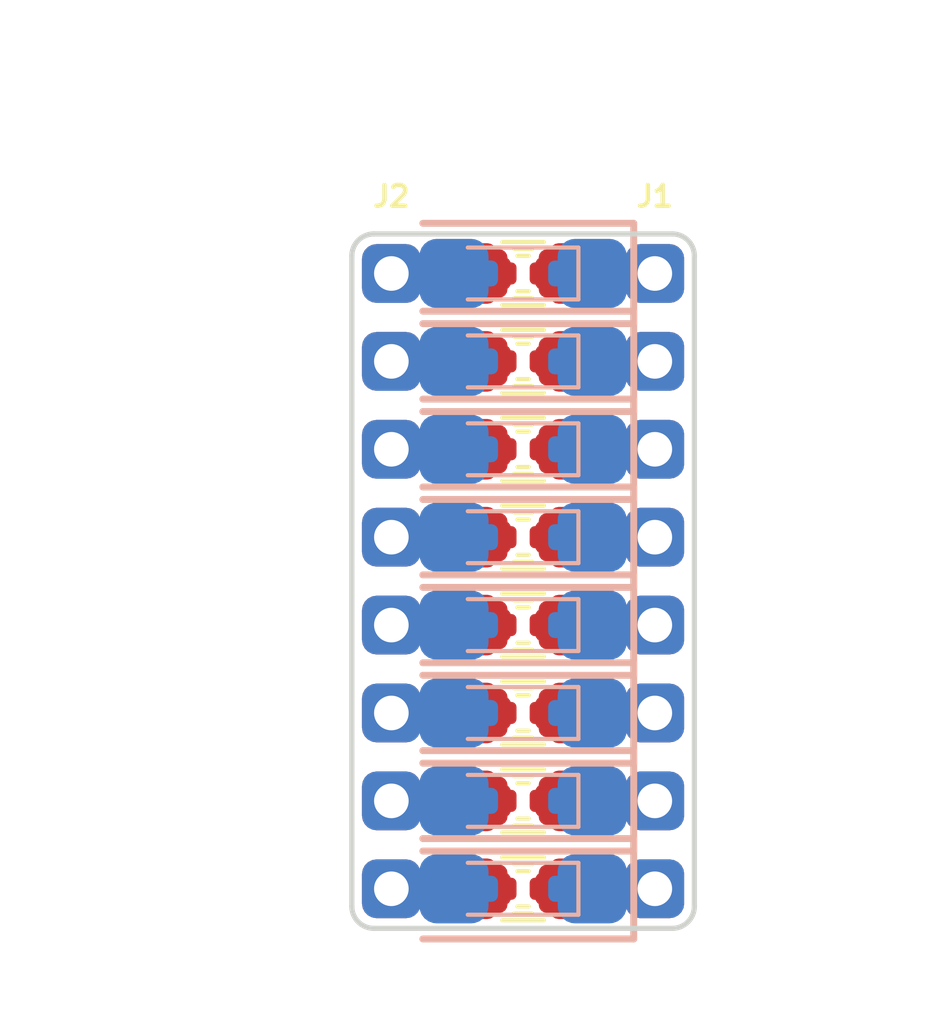
<source format=kicad_pcb>
(kicad_pcb (version 20171130) (host pcbnew "(5.0.2)-1")

  (general
    (thickness 1.6)
    (drawings 12)
    (tracks 35)
    (zones 0)
    (modules 50)
    (nets 17)
  )

  (page A4)
  (layers
    (0 F.Cu signal)
    (31 B.Cu signal)
    (32 B.Adhes user)
    (33 F.Adhes user)
    (34 B.Paste user)
    (35 F.Paste user)
    (36 B.SilkS user)
    (37 F.SilkS user)
    (38 B.Mask user)
    (39 F.Mask user)
    (40 Dwgs.User user)
    (41 Cmts.User user)
    (42 Eco1.User user)
    (43 Eco2.User user)
    (44 Edge.Cuts user)
    (45 Margin user)
    (46 B.CrtYd user)
    (47 F.CrtYd user)
    (48 B.Fab user)
    (49 F.Fab user)
  )

  (setup
    (last_trace_width 0.25)
    (trace_clearance 0.2)
    (zone_clearance 0.508)
    (zone_45_only no)
    (trace_min 0.2)
    (segment_width 0.2)
    (edge_width 0.15)
    (via_size 0.8)
    (via_drill 0.4)
    (via_min_size 0.4)
    (via_min_drill 0.3)
    (uvia_size 0.3)
    (uvia_drill 0.1)
    (uvias_allowed no)
    (uvia_min_size 0.2)
    (uvia_min_drill 0.1)
    (pcb_text_width 0.3)
    (pcb_text_size 1.5 1.5)
    (mod_edge_width 0.15)
    (mod_text_size 1 1)
    (mod_text_width 0.15)
    (pad_size 2 2)
    (pad_drill 0)
    (pad_to_mask_clearance 0.051)
    (solder_mask_min_width 0.25)
    (aux_axis_origin 0 0)
    (visible_elements 7FFFFFFF)
    (pcbplotparams
      (layerselection 0x010ec_ffffffff)
      (usegerberextensions false)
      (usegerberattributes true)
      (usegerberadvancedattributes false)
      (creategerberjobfile false)
      (excludeedgelayer false)
      (linewidth 0.050000)
      (plotframeref false)
      (viasonmask false)
      (mode 1)
      (useauxorigin false)
      (hpglpennumber 1)
      (hpglpenspeed 20)
      (hpglpendiameter 15.000000)
      (psnegative false)
      (psa4output false)
      (plotreference false)
      (plotvalue false)
      (plotinvisibletext false)
      (padsonsilk true)
      (subtractmaskfromsilk false)
      (outputformat 1)
      (mirror false)
      (drillshape 0)
      (scaleselection 1)
      (outputdirectory "fab-files/"))
  )

  (net 0 "")
  (net 1 /14)
  (net 2 /3)
  (net 3 /4)
  (net 4 /13)
  (net 5 /16)
  (net 6 /1)
  (net 7 /2)
  (net 8 /15)
  (net 9 /5)
  (net 10 /6)
  (net 11 /7)
  (net 12 /8)
  (net 13 /9)
  (net 14 /10)
  (net 15 /11)
  (net 16 /12)

  (net_class Default "This is the default net class."
    (clearance 0.2)
    (trace_width 0.25)
    (via_dia 0.8)
    (via_drill 0.4)
    (uvia_dia 0.3)
    (uvia_drill 0.1)
    (add_net /1)
    (add_net /10)
    (add_net /11)
    (add_net /12)
    (add_net /13)
    (add_net /14)
    (add_net /15)
    (add_net /16)
    (add_net /2)
    (add_net /3)
    (add_net /4)
    (add_net /5)
    (add_net /6)
    (add_net /7)
    (add_net /8)
    (add_net /9)
  )

  (module SA_Diodes_SMD:ON_Semi_1SMA5918BT3G_SMA_DO-214AC (layer B.Cu) (tedit 5C2D6584) (tstamp 5C3283E6)
    (at 125.73 63.5 180)
    (path /5C2E400F)
    (attr smd)
    (fp_text reference D2 (at 0 2 180) (layer B.SilkS) hide
      (effects (font (size 0.6 0.6) (thickness 0.127)) (justify mirror))
    )
    (fp_text value D (at 0 -1.9 180) (layer B.Fab)
      (effects (font (size 0.3 0.3) (thickness 0.03)) (justify mirror))
    )
    (fp_line (start -3.2 1.45) (end 2.9 1.45) (layer B.SilkS) (width 0.2))
    (fp_line (start -3.2 -1.45) (end 2.9 -1.45) (layer B.SilkS) (width 0.2))
    (fp_line (start -1.62 1.3) (end -1.62 -1.3) (layer B.Fab) (width 0.1))
    (fp_line (start -3.4 -1.6) (end -3.4 1.6) (layer B.CrtYd) (width 0.05))
    (fp_line (start 3.1 -1.6) (end -3.4 -1.6) (layer B.CrtYd) (width 0.05))
    (fp_line (start 3.1 1.6) (end 3.1 -1.6) (layer B.CrtYd) (width 0.05))
    (fp_line (start -3.4 1.6) (end 3.1 1.6) (layer B.CrtYd) (width 0.05))
    (fp_line (start 2.16 1.3) (end -2.16 1.3) (layer B.Fab) (width 0.1))
    (fp_line (start 2.16 1.3) (end 2.16 -1.3) (layer B.Fab) (width 0.1))
    (fp_line (start -2.16 -1.3) (end -2.16 1.3) (layer B.Fab) (width 0.1))
    (fp_line (start 2.16 -1.3) (end -2.16 -1.3) (layer B.Fab) (width 0.1))
    (fp_line (start -3.2 1.45) (end -3.2 -1.45) (layer B.SilkS) (width 0.2))
    (fp_text user %R (at 0 0 180) (layer B.Fab)
      (effects (font (size 0.4 0.4) (thickness 0.05)) (justify mirror))
    )
    (pad 2 smd roundrect (at 2 0 180) (size 2 2) (layers B.Cu B.Paste B.Mask) (roundrect_rratio 0.25)
      (net 5 /16))
    (pad 1 smd roundrect (at -2 0 180) (size 2 2) (layers B.Cu B.Paste B.Mask) (roundrect_rratio 0.25)
      (net 6 /1))
    (model ${SA_LIB_3DSHAPES}/ON_Semi_1SMA5918BT3G_SMA_DO-214AC/ON_Semi_1SMA5918BT3G_SMA_DO-214AC.step
      (at (xyz 0 0 0))
      (scale (xyz 1 1 1))
      (rotate (xyz 0 0 0))
    )
  )

  (module SA_Connectors_Pin_Headers_THT:PinHeader_1x08_P2.54mm_Vertical_Top (layer F.Cu) (tedit 5C2D5434) (tstamp 5C32AFD8)
    (at 121.92 63.5)
    (descr "Through hole straight pin header, 1x08, 2.54mm pitch, single row")
    (tags "Through hole pin header THT 1x08 2.54mm single row")
    (path /5C2D562A)
    (fp_text reference J2 (at 0 -2.23) (layer F.SilkS)
      (effects (font (size 0.6 0.6) (thickness 0.127)))
    )
    (fp_text value Conn_01x08 (at 0 19.8) (layer F.Fab)
      (effects (font (size 0.3 0.3) (thickness 0.03)))
    )
    (fp_text user %R (at 0 8.89 90) (layer F.Fab)
      (effects (font (size 0.5 0.5) (thickness 0.05)))
    )
    (fp_line (start 1.8 -1.8) (end -1.8 -1.8) (layer F.CrtYd) (width 0.05))
    (fp_line (start 1.8 19.55) (end 1.8 -1.8) (layer F.CrtYd) (width 0.05))
    (fp_line (start -1.8 19.55) (end 1.8 19.55) (layer F.CrtYd) (width 0.05))
    (fp_line (start -1.8 -1.8) (end -1.8 19.55) (layer F.CrtYd) (width 0.05))
    (fp_line (start -1.27 -0.635) (end -0.635 -1.27) (layer F.Fab) (width 0.1))
    (fp_line (start -1.27 19.05) (end -1.27 -0.635) (layer F.Fab) (width 0.1))
    (fp_line (start 1.27 19.05) (end -1.27 19.05) (layer F.Fab) (width 0.1))
    (fp_line (start 1.27 -1.27) (end 1.27 19.05) (layer F.Fab) (width 0.1))
    (fp_line (start -0.635 -1.27) (end 1.27 -1.27) (layer F.Fab) (width 0.1))
    (pad 8 thru_hole roundrect (at 0 17.78) (size 1.7 1.7) (drill 1) (layers *.Cu *.Mask) (roundrect_rratio 0.25)
      (net 13 /9))
    (pad 7 thru_hole roundrect (at 0 15.24) (size 1.7 1.7) (drill 1) (layers *.Cu *.Mask) (roundrect_rratio 0.25)
      (net 14 /10))
    (pad 6 thru_hole roundrect (at 0 12.7) (size 1.7 1.7) (drill 1) (layers *.Cu *.Mask) (roundrect_rratio 0.25)
      (net 15 /11))
    (pad 5 thru_hole roundrect (at 0 10.16) (size 1.7 1.7) (drill 1) (layers *.Cu *.Mask) (roundrect_rratio 0.25)
      (net 16 /12))
    (pad 4 thru_hole roundrect (at 0 7.62) (size 1.7 1.7) (drill 1) (layers *.Cu *.Mask) (roundrect_rratio 0.25)
      (net 4 /13))
    (pad 3 thru_hole roundrect (at 0 5.08) (size 1.7 1.7) (drill 1) (layers *.Cu *.Mask) (roundrect_rratio 0.25)
      (net 1 /14))
    (pad 2 thru_hole roundrect (at 0 2.54) (size 1.7 1.7) (drill 1) (layers *.Cu *.Mask) (roundrect_rratio 0.25)
      (net 8 /15))
    (pad 1 thru_hole roundrect (at 0 0) (size 1.7 1.7) (drill 1) (layers *.Cu *.Mask) (roundrect_rratio 0.25)
      (net 5 /16))
    (model ${SA_LIB_3DSHAPES}/Packages/PinHeader_1x08_P2.54mm_Vertical_Top.step
      (at (xyz 0 0 0))
      (scale (xyz 1 1 1))
      (rotate (xyz 0 0 0))
    )
  )

  (module SA_Connectors_Pin_Headers_THT:PinHeader_1x08_P2.54mm_Vertical_Top (layer F.Cu) (tedit 5C2D5434) (tstamp 5C32AFC3)
    (at 129.54 63.5)
    (descr "Through hole straight pin header, 1x08, 2.54mm pitch, single row")
    (tags "Through hole pin header THT 1x08 2.54mm single row")
    (path /5C2D4937)
    (fp_text reference J1 (at 0 -2.23) (layer F.SilkS)
      (effects (font (size 0.6 0.6) (thickness 0.127)))
    )
    (fp_text value Conn_01x08 (at 0 19.8) (layer F.Fab)
      (effects (font (size 0.3 0.3) (thickness 0.03)))
    )
    (fp_line (start -0.635 -1.27) (end 1.27 -1.27) (layer F.Fab) (width 0.1))
    (fp_line (start 1.27 -1.27) (end 1.27 19.05) (layer F.Fab) (width 0.1))
    (fp_line (start 1.27 19.05) (end -1.27 19.05) (layer F.Fab) (width 0.1))
    (fp_line (start -1.27 19.05) (end -1.27 -0.635) (layer F.Fab) (width 0.1))
    (fp_line (start -1.27 -0.635) (end -0.635 -1.27) (layer F.Fab) (width 0.1))
    (fp_line (start -1.8 -1.8) (end -1.8 19.55) (layer F.CrtYd) (width 0.05))
    (fp_line (start -1.8 19.55) (end 1.8 19.55) (layer F.CrtYd) (width 0.05))
    (fp_line (start 1.8 19.55) (end 1.8 -1.8) (layer F.CrtYd) (width 0.05))
    (fp_line (start 1.8 -1.8) (end -1.8 -1.8) (layer F.CrtYd) (width 0.05))
    (fp_text user %R (at 0 8.89 90) (layer F.Fab)
      (effects (font (size 0.5 0.5) (thickness 0.05)))
    )
    (pad 1 thru_hole roundrect (at 0 0) (size 1.7 1.7) (drill 1) (layers *.Cu *.Mask) (roundrect_rratio 0.25)
      (net 6 /1))
    (pad 2 thru_hole roundrect (at 0 2.54) (size 1.7 1.7) (drill 1) (layers *.Cu *.Mask) (roundrect_rratio 0.25)
      (net 7 /2))
    (pad 3 thru_hole roundrect (at 0 5.08) (size 1.7 1.7) (drill 1) (layers *.Cu *.Mask) (roundrect_rratio 0.25)
      (net 2 /3))
    (pad 4 thru_hole roundrect (at 0 7.62) (size 1.7 1.7) (drill 1) (layers *.Cu *.Mask) (roundrect_rratio 0.25)
      (net 3 /4))
    (pad 5 thru_hole roundrect (at 0 10.16) (size 1.7 1.7) (drill 1) (layers *.Cu *.Mask) (roundrect_rratio 0.25)
      (net 9 /5))
    (pad 6 thru_hole roundrect (at 0 12.7) (size 1.7 1.7) (drill 1) (layers *.Cu *.Mask) (roundrect_rratio 0.25)
      (net 10 /6))
    (pad 7 thru_hole roundrect (at 0 15.24) (size 1.7 1.7) (drill 1) (layers *.Cu *.Mask) (roundrect_rratio 0.25)
      (net 11 /7))
    (pad 8 thru_hole roundrect (at 0 17.78) (size 1.7 1.7) (drill 1) (layers *.Cu *.Mask) (roundrect_rratio 0.25)
      (net 12 /8))
    (model ${SA_LIB_3DSHAPES}/Packages/PinHeader_1x08_P2.54mm_Vertical_Top.step
      (at (xyz 0 0 0))
      (scale (xyz 1 1 1))
      (rotate (xyz 0 0 0))
    )
  )

  (module SA_Diodes_SMD:ON_Semi_1N4148WS_SOD-323F-2 (layer B.Cu) (tedit 5C2D5907) (tstamp 5C328503)
    (at 125.73 63.5 180)
    (path /5C2E3F9A)
    (attr smd)
    (fp_text reference D1 (at 0 1.3 180) (layer B.SilkS) hide
      (effects (font (size 0.6 0.6) (thickness 0.127)) (justify mirror))
    )
    (fp_text value D (at 0 -1.15 180) (layer B.Fab)
      (effects (font (size 0.3 0.3) (thickness 0.03)) (justify mirror))
    )
    (fp_text user %R (at 0 0) (layer B.Fab)
      (effects (font (size 0.4 0.4) (thickness 0.05)) (justify mirror))
    )
    (fp_line (start -1.6 0.75) (end -1.6 -0.75) (layer B.SilkS) (width 0.12))
    (fp_line (start -0.6375 0.6) (end -0.6375 -0.6) (layer B.Fab) (width 0.1))
    (fp_line (start -1.7 0.9) (end 1.7 0.9) (layer B.CrtYd) (width 0.05))
    (fp_line (start 1.7 0.9) (end 1.7 -0.9) (layer B.CrtYd) (width 0.05))
    (fp_line (start -1.7 -0.9) (end 1.7 -0.9) (layer B.CrtYd) (width 0.05))
    (fp_line (start -1.7 0.9) (end -1.7 -0.9) (layer B.CrtYd) (width 0.05))
    (fp_line (start -1.6 -0.75) (end 1.6 -0.75) (layer B.SilkS) (width 0.12))
    (fp_line (start -1.6 0.75) (end 1.6 0.75) (layer B.SilkS) (width 0.12))
    (fp_line (start -0.85 0.625) (end -0.85 -0.625) (layer B.Fab) (width 0.1))
    (fp_line (start -0.85 -0.625) (end 0.85 -0.625) (layer B.Fab) (width 0.1))
    (fp_line (start 0.85 -0.625) (end 0.85 0.625) (layer B.Fab) (width 0.1))
    (fp_line (start 0.85 0.625) (end -0.85 0.625) (layer B.Fab) (width 0.1))
    (pad 1 smd roundrect (at -1.1 0 180) (size 0.75 0.75) (layers B.Cu B.Paste B.Mask) (roundrect_rratio 0.25)
      (net 6 /1))
    (pad 2 smd roundrect (at 1.1 0 180) (size 0.75 0.75) (layers B.Cu B.Paste B.Mask) (roundrect_rratio 0.25)
      (net 5 /16))
  )

  (module SA_Diodes_SMD:ON_Semi_1N4148WS_SOD-323F-2 (layer B.Cu) (tedit 5C2D594B) (tstamp 5C3284F0)
    (at 125.73 81.28 180)
    (path /5C2E46EA)
    (attr smd)
    (fp_text reference D15 (at 0 1.3 180) (layer B.SilkS) hide
      (effects (font (size 0.6 0.6) (thickness 0.127)) (justify mirror))
    )
    (fp_text value D (at 0 -1.15 180) (layer B.Fab)
      (effects (font (size 0.3 0.3) (thickness 0.03)) (justify mirror))
    )
    (fp_line (start 0.85 0.625) (end -0.85 0.625) (layer B.Fab) (width 0.1))
    (fp_line (start 0.85 -0.625) (end 0.85 0.625) (layer B.Fab) (width 0.1))
    (fp_line (start -0.85 -0.625) (end 0.85 -0.625) (layer B.Fab) (width 0.1))
    (fp_line (start -0.85 0.625) (end -0.85 -0.625) (layer B.Fab) (width 0.1))
    (fp_line (start -1.6 0.75) (end 1.6 0.75) (layer B.SilkS) (width 0.12))
    (fp_line (start -1.6 -0.75) (end 1.6 -0.75) (layer B.SilkS) (width 0.12))
    (fp_line (start -1.7 0.9) (end -1.7 -0.9) (layer B.CrtYd) (width 0.05))
    (fp_line (start -1.7 -0.9) (end 1.7 -0.9) (layer B.CrtYd) (width 0.05))
    (fp_line (start 1.7 0.9) (end 1.7 -0.9) (layer B.CrtYd) (width 0.05))
    (fp_line (start -1.7 0.9) (end 1.7 0.9) (layer B.CrtYd) (width 0.05))
    (fp_line (start -0.6375 0.6) (end -0.6375 -0.6) (layer B.Fab) (width 0.1))
    (fp_line (start -1.6 0.75) (end -1.6 -0.75) (layer B.SilkS) (width 0.12))
    (fp_text user %R (at 0 0) (layer B.Fab)
      (effects (font (size 0.4 0.4) (thickness 0.05)) (justify mirror))
    )
    (pad 2 smd roundrect (at 1.1 0 180) (size 0.75 0.75) (layers B.Cu B.Paste B.Mask) (roundrect_rratio 0.25)
      (net 13 /9))
    (pad 1 smd roundrect (at -1.1 0 180) (size 0.75 0.75) (layers B.Cu B.Paste B.Mask) (roundrect_rratio 0.25)
      (net 12 /8))
    (model ${SA_LIB_3DSHAPES}/ON_Semi_1N4148WS_SOD-323F-2/ON_Semi_1N4148WS_SOD-323F-2.step
      (at (xyz 0 0 0))
      (scale (xyz 1 1 1))
      (rotate (xyz 0 0 0))
    )
  )

  (module SA_Diodes_SMD:ON_Semi_1N4148WS_SOD-323F-2 (layer B.Cu) (tedit 5C2D594D) (tstamp 5C3284DD)
    (at 125.73 78.74 180)
    (path /5C2E45F8)
    (attr smd)
    (fp_text reference D13 (at 0 1.3 180) (layer B.SilkS) hide
      (effects (font (size 0.6 0.6) (thickness 0.127)) (justify mirror))
    )
    (fp_text value D (at 0 -1.15 180) (layer B.Fab)
      (effects (font (size 0.3 0.3) (thickness 0.03)) (justify mirror))
    )
    (fp_text user %R (at 0 0) (layer B.Fab)
      (effects (font (size 0.4 0.4) (thickness 0.05)) (justify mirror))
    )
    (fp_line (start -1.6 0.75) (end -1.6 -0.75) (layer B.SilkS) (width 0.12))
    (fp_line (start -0.6375 0.6) (end -0.6375 -0.6) (layer B.Fab) (width 0.1))
    (fp_line (start -1.7 0.9) (end 1.7 0.9) (layer B.CrtYd) (width 0.05))
    (fp_line (start 1.7 0.9) (end 1.7 -0.9) (layer B.CrtYd) (width 0.05))
    (fp_line (start -1.7 -0.9) (end 1.7 -0.9) (layer B.CrtYd) (width 0.05))
    (fp_line (start -1.7 0.9) (end -1.7 -0.9) (layer B.CrtYd) (width 0.05))
    (fp_line (start -1.6 -0.75) (end 1.6 -0.75) (layer B.SilkS) (width 0.12))
    (fp_line (start -1.6 0.75) (end 1.6 0.75) (layer B.SilkS) (width 0.12))
    (fp_line (start -0.85 0.625) (end -0.85 -0.625) (layer B.Fab) (width 0.1))
    (fp_line (start -0.85 -0.625) (end 0.85 -0.625) (layer B.Fab) (width 0.1))
    (fp_line (start 0.85 -0.625) (end 0.85 0.625) (layer B.Fab) (width 0.1))
    (fp_line (start 0.85 0.625) (end -0.85 0.625) (layer B.Fab) (width 0.1))
    (pad 1 smd roundrect (at -1.1 0 180) (size 0.75 0.75) (layers B.Cu B.Paste B.Mask) (roundrect_rratio 0.25)
      (net 11 /7))
    (pad 2 smd roundrect (at 1.1 0 180) (size 0.75 0.75) (layers B.Cu B.Paste B.Mask) (roundrect_rratio 0.25)
      (net 14 /10))
  )

  (module SA_Diodes_SMD:ON_Semi_1N4148WS_SOD-323F-2 (layer B.Cu) (tedit 5C2D5954) (tstamp 5C3284CA)
    (at 125.73 73.66 180)
    (path /5C2E441A)
    (attr smd)
    (fp_text reference D9 (at 0 1.3 180) (layer B.SilkS) hide
      (effects (font (size 0.6 0.6) (thickness 0.127)) (justify mirror))
    )
    (fp_text value D (at 0 -1.15 180) (layer B.Fab)
      (effects (font (size 0.3 0.3) (thickness 0.03)) (justify mirror))
    )
    (fp_line (start 0.85 0.625) (end -0.85 0.625) (layer B.Fab) (width 0.1))
    (fp_line (start 0.85 -0.625) (end 0.85 0.625) (layer B.Fab) (width 0.1))
    (fp_line (start -0.85 -0.625) (end 0.85 -0.625) (layer B.Fab) (width 0.1))
    (fp_line (start -0.85 0.625) (end -0.85 -0.625) (layer B.Fab) (width 0.1))
    (fp_line (start -1.6 0.75) (end 1.6 0.75) (layer B.SilkS) (width 0.12))
    (fp_line (start -1.6 -0.75) (end 1.6 -0.75) (layer B.SilkS) (width 0.12))
    (fp_line (start -1.7 0.9) (end -1.7 -0.9) (layer B.CrtYd) (width 0.05))
    (fp_line (start -1.7 -0.9) (end 1.7 -0.9) (layer B.CrtYd) (width 0.05))
    (fp_line (start 1.7 0.9) (end 1.7 -0.9) (layer B.CrtYd) (width 0.05))
    (fp_line (start -1.7 0.9) (end 1.7 0.9) (layer B.CrtYd) (width 0.05))
    (fp_line (start -0.6375 0.6) (end -0.6375 -0.6) (layer B.Fab) (width 0.1))
    (fp_line (start -1.6 0.75) (end -1.6 -0.75) (layer B.SilkS) (width 0.12))
    (fp_text user %R (at 0 0) (layer B.Fab)
      (effects (font (size 0.4 0.4) (thickness 0.05)) (justify mirror))
    )
    (pad 2 smd roundrect (at 1.1 0 180) (size 0.75 0.75) (layers B.Cu B.Paste B.Mask) (roundrect_rratio 0.25)
      (net 16 /12))
    (pad 1 smd roundrect (at -1.1 0 180) (size 0.75 0.75) (layers B.Cu B.Paste B.Mask) (roundrect_rratio 0.25)
      (net 9 /5))
  )

  (module SA_Diodes_SMD:ON_Semi_1N4148WS_SOD-323F-2 (layer B.Cu) (tedit 5C2D592F) (tstamp 5C3284B7)
    (at 125.73 71.12 180)
    (path /5C2E4340)
    (attr smd)
    (fp_text reference D7 (at 0 1.3 180) (layer B.SilkS) hide
      (effects (font (size 0.6 0.6) (thickness 0.127)) (justify mirror))
    )
    (fp_text value D (at 0 -1.15 180) (layer B.Fab)
      (effects (font (size 0.3 0.3) (thickness 0.03)) (justify mirror))
    )
    (fp_text user %R (at 0 0) (layer B.Fab)
      (effects (font (size 0.4 0.4) (thickness 0.05)) (justify mirror))
    )
    (fp_line (start -1.6 0.75) (end -1.6 -0.75) (layer B.SilkS) (width 0.12))
    (fp_line (start -0.6375 0.6) (end -0.6375 -0.6) (layer B.Fab) (width 0.1))
    (fp_line (start -1.7 0.9) (end 1.7 0.9) (layer B.CrtYd) (width 0.05))
    (fp_line (start 1.7 0.9) (end 1.7 -0.9) (layer B.CrtYd) (width 0.05))
    (fp_line (start -1.7 -0.9) (end 1.7 -0.9) (layer B.CrtYd) (width 0.05))
    (fp_line (start -1.7 0.9) (end -1.7 -0.9) (layer B.CrtYd) (width 0.05))
    (fp_line (start -1.6 -0.75) (end 1.6 -0.75) (layer B.SilkS) (width 0.12))
    (fp_line (start -1.6 0.75) (end 1.6 0.75) (layer B.SilkS) (width 0.12))
    (fp_line (start -0.85 0.625) (end -0.85 -0.625) (layer B.Fab) (width 0.1))
    (fp_line (start -0.85 -0.625) (end 0.85 -0.625) (layer B.Fab) (width 0.1))
    (fp_line (start 0.85 -0.625) (end 0.85 0.625) (layer B.Fab) (width 0.1))
    (fp_line (start 0.85 0.625) (end -0.85 0.625) (layer B.Fab) (width 0.1))
    (pad 1 smd roundrect (at -1.1 0 180) (size 0.75 0.75) (layers B.Cu B.Paste B.Mask) (roundrect_rratio 0.25)
      (net 3 /4))
    (pad 2 smd roundrect (at 1.1 0 180) (size 0.75 0.75) (layers B.Cu B.Paste B.Mask) (roundrect_rratio 0.25)
      (net 4 /13))
    (model ${SA_LIB_3DSHAPES}/ON_Semi_1N4148WS_SOD-323F-2/ON_Semi_1N4148WS_SOD-323F-2.step
      (at (xyz 0 0 0))
      (scale (xyz 1 1 1))
      (rotate (xyz 0 0 0))
    )
  )

  (module SA_Diodes_SMD:ON_Semi_1N4148WS_SOD-323F-2 (layer B.Cu) (tedit 5C2D5920) (tstamp 5C3284A4)
    (at 125.73 68.58 180)
    (path /5C2E4133)
    (attr smd)
    (fp_text reference D5 (at 0 1.3 180) (layer B.SilkS) hide
      (effects (font (size 0.6 0.6) (thickness 0.127)) (justify mirror))
    )
    (fp_text value D (at 0 -1.15 180) (layer B.Fab)
      (effects (font (size 0.3 0.3) (thickness 0.03)) (justify mirror))
    )
    (fp_line (start 0.85 0.625) (end -0.85 0.625) (layer B.Fab) (width 0.1))
    (fp_line (start 0.85 -0.625) (end 0.85 0.625) (layer B.Fab) (width 0.1))
    (fp_line (start -0.85 -0.625) (end 0.85 -0.625) (layer B.Fab) (width 0.1))
    (fp_line (start -0.85 0.625) (end -0.85 -0.625) (layer B.Fab) (width 0.1))
    (fp_line (start -1.6 0.75) (end 1.6 0.75) (layer B.SilkS) (width 0.12))
    (fp_line (start -1.6 -0.75) (end 1.6 -0.75) (layer B.SilkS) (width 0.12))
    (fp_line (start -1.7 0.9) (end -1.7 -0.9) (layer B.CrtYd) (width 0.05))
    (fp_line (start -1.7 -0.9) (end 1.7 -0.9) (layer B.CrtYd) (width 0.05))
    (fp_line (start 1.7 0.9) (end 1.7 -0.9) (layer B.CrtYd) (width 0.05))
    (fp_line (start -1.7 0.9) (end 1.7 0.9) (layer B.CrtYd) (width 0.05))
    (fp_line (start -0.6375 0.6) (end -0.6375 -0.6) (layer B.Fab) (width 0.1))
    (fp_line (start -1.6 0.75) (end -1.6 -0.75) (layer B.SilkS) (width 0.12))
    (fp_text user %R (at 0 0) (layer B.Fab)
      (effects (font (size 0.4 0.4) (thickness 0.05)) (justify mirror))
    )
    (pad 2 smd roundrect (at 1.1 0 180) (size 0.75 0.75) (layers B.Cu B.Paste B.Mask) (roundrect_rratio 0.25)
      (net 1 /14))
    (pad 1 smd roundrect (at -1.1 0 180) (size 0.75 0.75) (layers B.Cu B.Paste B.Mask) (roundrect_rratio 0.25)
      (net 2 /3))
  )

  (module SA_Diodes_SMD:ON_Semi_1N4148WS_SOD-323F-2 (layer B.Cu) (tedit 5C2D5915) (tstamp 5C328491)
    (at 125.73 66.04 180)
    (path /5C2E406F)
    (attr smd)
    (fp_text reference D3 (at 0 1.3 180) (layer B.SilkS) hide
      (effects (font (size 0.6 0.6) (thickness 0.127)) (justify mirror))
    )
    (fp_text value D (at 0 -1.15 180) (layer B.Fab)
      (effects (font (size 0.3 0.3) (thickness 0.03)) (justify mirror))
    )
    (fp_text user %R (at 0 0) (layer B.Fab)
      (effects (font (size 0.4 0.4) (thickness 0.05)) (justify mirror))
    )
    (fp_line (start -1.6 0.75) (end -1.6 -0.75) (layer B.SilkS) (width 0.12))
    (fp_line (start -0.6375 0.6) (end -0.6375 -0.6) (layer B.Fab) (width 0.1))
    (fp_line (start -1.7 0.9) (end 1.7 0.9) (layer B.CrtYd) (width 0.05))
    (fp_line (start 1.7 0.9) (end 1.7 -0.9) (layer B.CrtYd) (width 0.05))
    (fp_line (start -1.7 -0.9) (end 1.7 -0.9) (layer B.CrtYd) (width 0.05))
    (fp_line (start -1.7 0.9) (end -1.7 -0.9) (layer B.CrtYd) (width 0.05))
    (fp_line (start -1.6 -0.75) (end 1.6 -0.75) (layer B.SilkS) (width 0.12))
    (fp_line (start -1.6 0.75) (end 1.6 0.75) (layer B.SilkS) (width 0.12))
    (fp_line (start -0.85 0.625) (end -0.85 -0.625) (layer B.Fab) (width 0.1))
    (fp_line (start -0.85 -0.625) (end 0.85 -0.625) (layer B.Fab) (width 0.1))
    (fp_line (start 0.85 -0.625) (end 0.85 0.625) (layer B.Fab) (width 0.1))
    (fp_line (start 0.85 0.625) (end -0.85 0.625) (layer B.Fab) (width 0.1))
    (pad 1 smd roundrect (at -1.1 0 180) (size 0.75 0.75) (layers B.Cu B.Paste B.Mask) (roundrect_rratio 0.25)
      (net 7 /2))
    (pad 2 smd roundrect (at 1.1 0 180) (size 0.75 0.75) (layers B.Cu B.Paste B.Mask) (roundrect_rratio 0.25)
      (net 8 /15))
    (model ${SA_LIB_3DSHAPES}/ON_Semi_1N4148WS_SOD-323F-2/ON_Semi_1N4148WS_SOD-323F-2.step
      (at (xyz 0 0 0))
      (scale (xyz 1 1 1))
      (rotate (xyz 0 0 0))
    )
  )

  (module SA_Diodes_SMD:ON_Semi_1N4148WS_SOD-323F-2 (layer B.Cu) (tedit 5C2D5950) (tstamp 5C32847E)
    (at 125.73 76.2 180)
    (path /5C2E450E)
    (attr smd)
    (fp_text reference D11 (at 0 1.3 180) (layer B.SilkS) hide
      (effects (font (size 0.6 0.6) (thickness 0.127)) (justify mirror))
    )
    (fp_text value D (at 0 -1.15 180) (layer B.Fab)
      (effects (font (size 0.3 0.3) (thickness 0.03)) (justify mirror))
    )
    (fp_line (start 0.85 0.625) (end -0.85 0.625) (layer B.Fab) (width 0.1))
    (fp_line (start 0.85 -0.625) (end 0.85 0.625) (layer B.Fab) (width 0.1))
    (fp_line (start -0.85 -0.625) (end 0.85 -0.625) (layer B.Fab) (width 0.1))
    (fp_line (start -0.85 0.625) (end -0.85 -0.625) (layer B.Fab) (width 0.1))
    (fp_line (start -1.6 0.75) (end 1.6 0.75) (layer B.SilkS) (width 0.12))
    (fp_line (start -1.6 -0.75) (end 1.6 -0.75) (layer B.SilkS) (width 0.12))
    (fp_line (start -1.7 0.9) (end -1.7 -0.9) (layer B.CrtYd) (width 0.05))
    (fp_line (start -1.7 -0.9) (end 1.7 -0.9) (layer B.CrtYd) (width 0.05))
    (fp_line (start 1.7 0.9) (end 1.7 -0.9) (layer B.CrtYd) (width 0.05))
    (fp_line (start -1.7 0.9) (end 1.7 0.9) (layer B.CrtYd) (width 0.05))
    (fp_line (start -0.6375 0.6) (end -0.6375 -0.6) (layer B.Fab) (width 0.1))
    (fp_line (start -1.6 0.75) (end -1.6 -0.75) (layer B.SilkS) (width 0.12))
    (fp_text user %R (at 0 0) (layer B.Fab)
      (effects (font (size 0.4 0.4) (thickness 0.05)) (justify mirror))
    )
    (pad 2 smd roundrect (at 1.1 0 180) (size 0.75 0.75) (layers B.Cu B.Paste B.Mask) (roundrect_rratio 0.25)
      (net 15 /11))
    (pad 1 smd roundrect (at -1.1 0 180) (size 0.75 0.75) (layers B.Cu B.Paste B.Mask) (roundrect_rratio 0.25)
      (net 10 /6))
    (model ${SA_LIB_3DSHAPES}/ON_Semi_1N4148WS_SOD-323F-2/ON_Semi_1N4148WS_SOD-323F-2.step
      (at (xyz 0 0 0))
      (scale (xyz 1 1 1))
      (rotate (xyz 0 0 0))
    )
  )

  (module SA_Diodes_SMD:ON_Semi_1SMA5918BT3G_SMA_DO-214AC (layer B.Cu) (tedit 5C2D5932) (tstamp 5C32846B)
    (at 125.73 71.12 180)
    (path /5C2E43AA)
    (attr smd)
    (fp_text reference D8 (at 0 2 180) (layer B.SilkS) hide
      (effects (font (size 0.6 0.6) (thickness 0.127)) (justify mirror))
    )
    (fp_text value D (at 0 -1.9 180) (layer B.Fab)
      (effects (font (size 0.3 0.3) (thickness 0.03)) (justify mirror))
    )
    (fp_text user %R (at 0 0 180) (layer B.Fab)
      (effects (font (size 0.4 0.4) (thickness 0.05)) (justify mirror))
    )
    (fp_line (start -3.2 1.45) (end -3.2 -1.45) (layer B.SilkS) (width 0.2))
    (fp_line (start 2.16 -1.3) (end -2.16 -1.3) (layer B.Fab) (width 0.1))
    (fp_line (start -2.16 -1.3) (end -2.16 1.3) (layer B.Fab) (width 0.1))
    (fp_line (start 2.16 1.3) (end 2.16 -1.3) (layer B.Fab) (width 0.1))
    (fp_line (start 2.16 1.3) (end -2.16 1.3) (layer B.Fab) (width 0.1))
    (fp_line (start -3.4 1.6) (end 3.1 1.6) (layer B.CrtYd) (width 0.05))
    (fp_line (start 3.1 1.6) (end 3.1 -1.6) (layer B.CrtYd) (width 0.05))
    (fp_line (start 3.1 -1.6) (end -3.4 -1.6) (layer B.CrtYd) (width 0.05))
    (fp_line (start -3.4 -1.6) (end -3.4 1.6) (layer B.CrtYd) (width 0.05))
    (fp_line (start -1.62 1.3) (end -1.62 -1.3) (layer B.Fab) (width 0.1))
    (fp_line (start -3.2 -1.45) (end 2.9 -1.45) (layer B.SilkS) (width 0.2))
    (fp_line (start -3.2 1.45) (end 2.9 1.45) (layer B.SilkS) (width 0.2))
    (pad 1 smd roundrect (at -2 0 180) (size 2 2) (layers B.Cu B.Paste B.Mask) (roundrect_rratio 0.25)
      (net 3 /4))
    (pad 2 smd roundrect (at 2 0 180) (size 2 2) (layers B.Cu B.Paste B.Mask) (roundrect_rratio 0.25)
      (net 4 /13))
  )

  (module SA_Diodes_SMD:ON_Semi_1SMA5918BT3G_SMA_DO-214AC (layer B.Cu) (tedit 5C2D5957) (tstamp 5C328458)
    (at 125.73 73.66 180)
    (path /5C2E449A)
    (attr smd)
    (fp_text reference D10 (at 0 2 180) (layer B.SilkS) hide
      (effects (font (size 0.6 0.6) (thickness 0.127)) (justify mirror))
    )
    (fp_text value D (at 0 -1.9 180) (layer B.Fab)
      (effects (font (size 0.3 0.3) (thickness 0.03)) (justify mirror))
    )
    (fp_line (start -3.2 1.45) (end 2.9 1.45) (layer B.SilkS) (width 0.2))
    (fp_line (start -3.2 -1.45) (end 2.9 -1.45) (layer B.SilkS) (width 0.2))
    (fp_line (start -1.62 1.3) (end -1.62 -1.3) (layer B.Fab) (width 0.1))
    (fp_line (start -3.4 -1.6) (end -3.4 1.6) (layer B.CrtYd) (width 0.05))
    (fp_line (start 3.1 -1.6) (end -3.4 -1.6) (layer B.CrtYd) (width 0.05))
    (fp_line (start 3.1 1.6) (end 3.1 -1.6) (layer B.CrtYd) (width 0.05))
    (fp_line (start -3.4 1.6) (end 3.1 1.6) (layer B.CrtYd) (width 0.05))
    (fp_line (start 2.16 1.3) (end -2.16 1.3) (layer B.Fab) (width 0.1))
    (fp_line (start 2.16 1.3) (end 2.16 -1.3) (layer B.Fab) (width 0.1))
    (fp_line (start -2.16 -1.3) (end -2.16 1.3) (layer B.Fab) (width 0.1))
    (fp_line (start 2.16 -1.3) (end -2.16 -1.3) (layer B.Fab) (width 0.1))
    (fp_line (start -3.2 1.45) (end -3.2 -1.45) (layer B.SilkS) (width 0.2))
    (fp_text user %R (at 0 0 180) (layer B.Fab)
      (effects (font (size 0.4 0.4) (thickness 0.05)) (justify mirror))
    )
    (pad 2 smd roundrect (at 2 0 180) (size 2 2) (layers B.Cu B.Paste B.Mask) (roundrect_rratio 0.25)
      (net 16 /12))
    (pad 1 smd roundrect (at -2 0 180) (size 2 2) (layers B.Cu B.Paste B.Mask) (roundrect_rratio 0.25)
      (net 9 /5))
    (model ${SA_LIB_3DSHAPES}/ON_Semi_1SMA5918BT3G_SMA_DO-214AC/ON_Semi_1SMA5918BT3G_SMA_DO-214AC.step
      (at (xyz 0 0 0))
      (scale (xyz 1 1 1))
      (rotate (xyz 0 0 0))
    )
  )

  (module SA_Diodes_SMD:ON_Semi_1SMA5918BT3G_SMA_DO-214AC (layer B.Cu) (tedit 5C2D595A) (tstamp 5C328445)
    (at 125.73 76.2 180)
    (path /5C2E4584)
    (attr smd)
    (fp_text reference D12 (at 0 2 180) (layer B.SilkS) hide
      (effects (font (size 0.6 0.6) (thickness 0.127)) (justify mirror))
    )
    (fp_text value D (at 0 -1.9 180) (layer B.Fab)
      (effects (font (size 0.3 0.3) (thickness 0.03)) (justify mirror))
    )
    (fp_text user %R (at 0 0 180) (layer B.Fab)
      (effects (font (size 0.4 0.4) (thickness 0.05)) (justify mirror))
    )
    (fp_line (start -3.2 1.45) (end -3.2 -1.45) (layer B.SilkS) (width 0.2))
    (fp_line (start 2.16 -1.3) (end -2.16 -1.3) (layer B.Fab) (width 0.1))
    (fp_line (start -2.16 -1.3) (end -2.16 1.3) (layer B.Fab) (width 0.1))
    (fp_line (start 2.16 1.3) (end 2.16 -1.3) (layer B.Fab) (width 0.1))
    (fp_line (start 2.16 1.3) (end -2.16 1.3) (layer B.Fab) (width 0.1))
    (fp_line (start -3.4 1.6) (end 3.1 1.6) (layer B.CrtYd) (width 0.05))
    (fp_line (start 3.1 1.6) (end 3.1 -1.6) (layer B.CrtYd) (width 0.05))
    (fp_line (start 3.1 -1.6) (end -3.4 -1.6) (layer B.CrtYd) (width 0.05))
    (fp_line (start -3.4 -1.6) (end -3.4 1.6) (layer B.CrtYd) (width 0.05))
    (fp_line (start -1.62 1.3) (end -1.62 -1.3) (layer B.Fab) (width 0.1))
    (fp_line (start -3.2 -1.45) (end 2.9 -1.45) (layer B.SilkS) (width 0.2))
    (fp_line (start -3.2 1.45) (end 2.9 1.45) (layer B.SilkS) (width 0.2))
    (pad 1 smd roundrect (at -2 0 180) (size 2 2) (layers B.Cu B.Paste B.Mask) (roundrect_rratio 0.25)
      (net 10 /6))
    (pad 2 smd roundrect (at 2 0 180) (size 2 2) (layers B.Cu B.Paste B.Mask) (roundrect_rratio 0.25)
      (net 15 /11))
  )

  (module SA_Diodes_SMD:ON_Semi_1SMA5918BT3G_SMA_DO-214AC (layer B.Cu) (tedit 5C2D5927) (tstamp 5C328432)
    (at 125.73 68.58 180)
    (path /5C2E42D8)
    (attr smd)
    (fp_text reference D6 (at 0 2 180) (layer B.SilkS) hide
      (effects (font (size 0.6 0.6) (thickness 0.127)) (justify mirror))
    )
    (fp_text value D (at 0 -1.9 180) (layer B.Fab)
      (effects (font (size 0.3 0.3) (thickness 0.03)) (justify mirror))
    )
    (fp_line (start -3.2 1.45) (end 2.9 1.45) (layer B.SilkS) (width 0.2))
    (fp_line (start -3.2 -1.45) (end 2.9 -1.45) (layer B.SilkS) (width 0.2))
    (fp_line (start -1.62 1.3) (end -1.62 -1.3) (layer B.Fab) (width 0.1))
    (fp_line (start -3.4 -1.6) (end -3.4 1.6) (layer B.CrtYd) (width 0.05))
    (fp_line (start 3.1 -1.6) (end -3.4 -1.6) (layer B.CrtYd) (width 0.05))
    (fp_line (start 3.1 1.6) (end 3.1 -1.6) (layer B.CrtYd) (width 0.05))
    (fp_line (start -3.4 1.6) (end 3.1 1.6) (layer B.CrtYd) (width 0.05))
    (fp_line (start 2.16 1.3) (end -2.16 1.3) (layer B.Fab) (width 0.1))
    (fp_line (start 2.16 1.3) (end 2.16 -1.3) (layer B.Fab) (width 0.1))
    (fp_line (start -2.16 -1.3) (end -2.16 1.3) (layer B.Fab) (width 0.1))
    (fp_line (start 2.16 -1.3) (end -2.16 -1.3) (layer B.Fab) (width 0.1))
    (fp_line (start -3.2 1.45) (end -3.2 -1.45) (layer B.SilkS) (width 0.2))
    (fp_text user %R (at 0 0 180) (layer B.Fab)
      (effects (font (size 0.4 0.4) (thickness 0.05)) (justify mirror))
    )
    (pad 2 smd roundrect (at 2 0 180) (size 2 2) (layers B.Cu B.Paste B.Mask) (roundrect_rratio 0.25)
      (net 1 /14))
    (pad 1 smd roundrect (at -2 0 180) (size 2 2) (layers B.Cu B.Paste B.Mask) (roundrect_rratio 0.25)
      (net 2 /3))
    (model ${SA_LIB_3DSHAPES}/ON_Semi_1SMA5918BT3G_SMA_DO-214AC/ON_Semi_1SMA5918BT3G_SMA_DO-214AC.step
      (at (xyz 0 0 0))
      (scale (xyz 1 1 1))
      (rotate (xyz 0 0 0))
    )
  )

  (module SA_Diodes_SMD:ON_Semi_1SMA5918BT3G_SMA_DO-214AC (layer B.Cu) (tedit 5C2D595D) (tstamp 5C32841F)
    (at 125.73 78.74 180)
    (path /5C2E466E)
    (attr smd)
    (fp_text reference D14 (at 0 2 180) (layer B.SilkS) hide
      (effects (font (size 0.6 0.6) (thickness 0.127)) (justify mirror))
    )
    (fp_text value D (at 0 -1.9 180) (layer B.Fab)
      (effects (font (size 0.3 0.3) (thickness 0.03)) (justify mirror))
    )
    (fp_text user %R (at 0 0 180) (layer B.Fab)
      (effects (font (size 0.4 0.4) (thickness 0.05)) (justify mirror))
    )
    (fp_line (start -3.2 1.45) (end -3.2 -1.45) (layer B.SilkS) (width 0.2))
    (fp_line (start 2.16 -1.3) (end -2.16 -1.3) (layer B.Fab) (width 0.1))
    (fp_line (start -2.16 -1.3) (end -2.16 1.3) (layer B.Fab) (width 0.1))
    (fp_line (start 2.16 1.3) (end 2.16 -1.3) (layer B.Fab) (width 0.1))
    (fp_line (start 2.16 1.3) (end -2.16 1.3) (layer B.Fab) (width 0.1))
    (fp_line (start -3.4 1.6) (end 3.1 1.6) (layer B.CrtYd) (width 0.05))
    (fp_line (start 3.1 1.6) (end 3.1 -1.6) (layer B.CrtYd) (width 0.05))
    (fp_line (start 3.1 -1.6) (end -3.4 -1.6) (layer B.CrtYd) (width 0.05))
    (fp_line (start -3.4 -1.6) (end -3.4 1.6) (layer B.CrtYd) (width 0.05))
    (fp_line (start -1.62 1.3) (end -1.62 -1.3) (layer B.Fab) (width 0.1))
    (fp_line (start -3.2 -1.45) (end 2.9 -1.45) (layer B.SilkS) (width 0.2))
    (fp_line (start -3.2 1.45) (end 2.9 1.45) (layer B.SilkS) (width 0.2))
    (pad 1 smd roundrect (at -2 0 180) (size 2 2) (layers B.Cu B.Paste B.Mask) (roundrect_rratio 0.25)
      (net 11 /7))
    (pad 2 smd roundrect (at 2 0 180) (size 2 2) (layers B.Cu B.Paste B.Mask) (roundrect_rratio 0.25)
      (net 14 /10))
    (model ${SA_LIB_3DSHAPES}/ON_Semi_1SMA5918BT3G_SMA_DO-214AC/ON_Semi_1SMA5918BT3G_SMA_DO-214AC.step
      (at (xyz 0 0 0))
      (scale (xyz 1 1 1))
      (rotate (xyz 0 0 0))
    )
  )

  (module SA_Diodes_SMD:ON_Semi_1SMA5918BT3G_SMA_DO-214AC (layer B.Cu) (tedit 5C2D5961) (tstamp 5C32840C)
    (at 125.73 81.28 180)
    (path /5C2E488A)
    (attr smd)
    (fp_text reference D16 (at 0 2 180) (layer B.SilkS) hide
      (effects (font (size 0.6 0.6) (thickness 0.127)) (justify mirror))
    )
    (fp_text value D (at 0 -1.9 180) (layer B.Fab)
      (effects (font (size 0.3 0.3) (thickness 0.03)) (justify mirror))
    )
    (fp_line (start -3.2 1.45) (end 2.9 1.45) (layer B.SilkS) (width 0.2))
    (fp_line (start -3.2 -1.45) (end 2.9 -1.45) (layer B.SilkS) (width 0.2))
    (fp_line (start -1.62 1.3) (end -1.62 -1.3) (layer B.Fab) (width 0.1))
    (fp_line (start -3.4 -1.6) (end -3.4 1.6) (layer B.CrtYd) (width 0.05))
    (fp_line (start 3.1 -1.6) (end -3.4 -1.6) (layer B.CrtYd) (width 0.05))
    (fp_line (start 3.1 1.6) (end 3.1 -1.6) (layer B.CrtYd) (width 0.05))
    (fp_line (start -3.4 1.6) (end 3.1 1.6) (layer B.CrtYd) (width 0.05))
    (fp_line (start 2.16 1.3) (end -2.16 1.3) (layer B.Fab) (width 0.1))
    (fp_line (start 2.16 1.3) (end 2.16 -1.3) (layer B.Fab) (width 0.1))
    (fp_line (start -2.16 -1.3) (end -2.16 1.3) (layer B.Fab) (width 0.1))
    (fp_line (start 2.16 -1.3) (end -2.16 -1.3) (layer B.Fab) (width 0.1))
    (fp_line (start -3.2 1.45) (end -3.2 -1.45) (layer B.SilkS) (width 0.2))
    (fp_text user %R (at 0 0 180) (layer B.Fab)
      (effects (font (size 0.4 0.4) (thickness 0.05)) (justify mirror))
    )
    (pad 2 smd roundrect (at 2 0 180) (size 2 2) (layers B.Cu B.Paste B.Mask) (roundrect_rratio 0.25)
      (net 13 /9))
    (pad 1 smd roundrect (at -2 0 180) (size 2 2) (layers B.Cu B.Paste B.Mask) (roundrect_rratio 0.25)
      (net 12 /8))
  )

  (module SA_Diodes_SMD:ON_Semi_1SMA5918BT3G_SMA_DO-214AC (layer B.Cu) (tedit 5C2D5919) (tstamp 5C3283F9)
    (at 125.73 66.04 180)
    (path /5C2E40CF)
    (attr smd)
    (fp_text reference D4 (at 0 2 180) (layer B.SilkS) hide
      (effects (font (size 0.6 0.6) (thickness 0.127)) (justify mirror))
    )
    (fp_text value D (at 0 -1.9 180) (layer B.Fab)
      (effects (font (size 0.3 0.3) (thickness 0.03)) (justify mirror))
    )
    (fp_text user %R (at 0 0 180) (layer B.Fab)
      (effects (font (size 0.4 0.4) (thickness 0.05)) (justify mirror))
    )
    (fp_line (start -3.2 1.45) (end -3.2 -1.45) (layer B.SilkS) (width 0.2))
    (fp_line (start 2.16 -1.3) (end -2.16 -1.3) (layer B.Fab) (width 0.1))
    (fp_line (start -2.16 -1.3) (end -2.16 1.3) (layer B.Fab) (width 0.1))
    (fp_line (start 2.16 1.3) (end 2.16 -1.3) (layer B.Fab) (width 0.1))
    (fp_line (start 2.16 1.3) (end -2.16 1.3) (layer B.Fab) (width 0.1))
    (fp_line (start -3.4 1.6) (end 3.1 1.6) (layer B.CrtYd) (width 0.05))
    (fp_line (start 3.1 1.6) (end 3.1 -1.6) (layer B.CrtYd) (width 0.05))
    (fp_line (start 3.1 -1.6) (end -3.4 -1.6) (layer B.CrtYd) (width 0.05))
    (fp_line (start -3.4 -1.6) (end -3.4 1.6) (layer B.CrtYd) (width 0.05))
    (fp_line (start -1.62 1.3) (end -1.62 -1.3) (layer B.Fab) (width 0.1))
    (fp_line (start -3.2 -1.45) (end 2.9 -1.45) (layer B.SilkS) (width 0.2))
    (fp_line (start -3.2 1.45) (end 2.9 1.45) (layer B.SilkS) (width 0.2))
    (pad 1 smd roundrect (at -2 0 180) (size 2 2) (layers B.Cu B.Paste B.Mask) (roundrect_rratio 0.25)
      (net 7 /2))
    (pad 2 smd roundrect (at 2 0 180) (size 2 2) (layers B.Cu B.Paste B.Mask) (roundrect_rratio 0.25)
      (net 8 /15))
  )

  (module SA_Resistors_SMD:R_0402_1005M (layer F.Cu) (tedit 5C2D5023) (tstamp 5C3104D3)
    (at 125.73 63.5)
    (descr "Resistor SMD 0402 (1005 Metric), square (rectangular) end terminal, IPC_7351 nominal, (Body size source: http://www.tortai-tech.com/upload/download/2011102023233369053.pdf), generated with kicad-footprint-generator")
    (tags resistor)
    (path /5C2D4AF0)
    (attr smd)
    (fp_text reference R4 (at 0 -0.87) (layer F.SilkS) hide
      (effects (font (size 0.6 0.6) (thickness 0.127)))
    )
    (fp_text value R (at 0 0.7) (layer F.Fab)
      (effects (font (size 0.3 0.3) (thickness 0.03)))
    )
    (fp_text user %R (at 0 0) (layer F.Fab)
      (effects (font (size 0.25 0.25) (thickness 0.04)))
    )
    (fp_line (start 0.93 0.47) (end -0.93 0.47) (layer F.CrtYd) (width 0.05))
    (fp_line (start 0.93 -0.47) (end 0.93 0.47) (layer F.CrtYd) (width 0.05))
    (fp_line (start -0.93 -0.47) (end 0.93 -0.47) (layer F.CrtYd) (width 0.05))
    (fp_line (start -0.93 0.47) (end -0.93 -0.47) (layer F.CrtYd) (width 0.05))
    (fp_line (start 0.5 0.25) (end -0.5 0.25) (layer F.Fab) (width 0.1))
    (fp_line (start 0.5 -0.25) (end 0.5 0.25) (layer F.Fab) (width 0.1))
    (fp_line (start -0.5 -0.25) (end 0.5 -0.25) (layer F.Fab) (width 0.1))
    (fp_line (start -0.5 0.25) (end -0.5 -0.25) (layer F.Fab) (width 0.1))
    (pad 2 smd roundrect (at 0.485 0) (size 0.59 0.64) (layers F.Cu F.Paste F.Mask) (roundrect_rratio 0.25)
      (net 6 /1))
    (pad 1 smd roundrect (at -0.485 0) (size 0.59 0.64) (layers F.Cu F.Paste F.Mask) (roundrect_rratio 0.25)
      (net 5 /16))
    (model ${KISYS3DMOD}/Resistor_SMD.3dshapes/R_0402_1005Metric.wrl
      (at (xyz 0 0 0))
      (scale (xyz 1 1 1))
      (rotate (xyz 0 0 0))
    )
  )

  (module SA_Resistors_SMD:R_0402_1005M (layer F.Cu) (tedit 5C2D5063) (tstamp 5C3104C5)
    (at 125.73 66.04)
    (descr "Resistor SMD 0402 (1005 Metric), square (rectangular) end terminal, IPC_7351 nominal, (Body size source: http://www.tortai-tech.com/upload/download/2011102023233369053.pdf), generated with kicad-footprint-generator")
    (tags resistor)
    (path /5C2D4E70)
    (attr smd)
    (fp_text reference R8 (at 0 -0.87) (layer F.SilkS) hide
      (effects (font (size 0.6 0.6) (thickness 0.127)))
    )
    (fp_text value R (at 0 0.7) (layer F.Fab)
      (effects (font (size 0.3 0.3) (thickness 0.03)))
    )
    (fp_line (start -0.5 0.25) (end -0.5 -0.25) (layer F.Fab) (width 0.1))
    (fp_line (start -0.5 -0.25) (end 0.5 -0.25) (layer F.Fab) (width 0.1))
    (fp_line (start 0.5 -0.25) (end 0.5 0.25) (layer F.Fab) (width 0.1))
    (fp_line (start 0.5 0.25) (end -0.5 0.25) (layer F.Fab) (width 0.1))
    (fp_line (start -0.93 0.47) (end -0.93 -0.47) (layer F.CrtYd) (width 0.05))
    (fp_line (start -0.93 -0.47) (end 0.93 -0.47) (layer F.CrtYd) (width 0.05))
    (fp_line (start 0.93 -0.47) (end 0.93 0.47) (layer F.CrtYd) (width 0.05))
    (fp_line (start 0.93 0.47) (end -0.93 0.47) (layer F.CrtYd) (width 0.05))
    (fp_text user %R (at 0 0) (layer F.Fab)
      (effects (font (size 0.25 0.25) (thickness 0.04)))
    )
    (pad 1 smd roundrect (at -0.485 0) (size 0.59 0.64) (layers F.Cu F.Paste F.Mask) (roundrect_rratio 0.25)
      (net 8 /15))
    (pad 2 smd roundrect (at 0.485 0) (size 0.59 0.64) (layers F.Cu F.Paste F.Mask) (roundrect_rratio 0.25)
      (net 7 /2))
  )

  (module SA_Resistors_SMD:R_0402_1005M (layer F.Cu) (tedit 5C2D5079) (tstamp 5C3104B7)
    (at 125.73 68.58)
    (descr "Resistor SMD 0402 (1005 Metric), square (rectangular) end terminal, IPC_7351 nominal, (Body size source: http://www.tortai-tech.com/upload/download/2011102023233369053.pdf), generated with kicad-footprint-generator")
    (tags resistor)
    (path /5C2D500F)
    (attr smd)
    (fp_text reference R12 (at 0 -0.87) (layer F.SilkS) hide
      (effects (font (size 0.6 0.6) (thickness 0.127)))
    )
    (fp_text value R (at 0 0.7) (layer F.Fab)
      (effects (font (size 0.3 0.3) (thickness 0.03)))
    )
    (fp_text user %R (at 0 0) (layer F.Fab)
      (effects (font (size 0.25 0.25) (thickness 0.04)))
    )
    (fp_line (start 0.93 0.47) (end -0.93 0.47) (layer F.CrtYd) (width 0.05))
    (fp_line (start 0.93 -0.47) (end 0.93 0.47) (layer F.CrtYd) (width 0.05))
    (fp_line (start -0.93 -0.47) (end 0.93 -0.47) (layer F.CrtYd) (width 0.05))
    (fp_line (start -0.93 0.47) (end -0.93 -0.47) (layer F.CrtYd) (width 0.05))
    (fp_line (start 0.5 0.25) (end -0.5 0.25) (layer F.Fab) (width 0.1))
    (fp_line (start 0.5 -0.25) (end 0.5 0.25) (layer F.Fab) (width 0.1))
    (fp_line (start -0.5 -0.25) (end 0.5 -0.25) (layer F.Fab) (width 0.1))
    (fp_line (start -0.5 0.25) (end -0.5 -0.25) (layer F.Fab) (width 0.1))
    (pad 2 smd roundrect (at 0.485 0) (size 0.59 0.64) (layers F.Cu F.Paste F.Mask) (roundrect_rratio 0.25)
      (net 2 /3))
    (pad 1 smd roundrect (at -0.485 0) (size 0.59 0.64) (layers F.Cu F.Paste F.Mask) (roundrect_rratio 0.25)
      (net 1 /14))
  )

  (module SA_Resistors_SMD:R_0402_1005M (layer F.Cu) (tedit 5C2D4F71) (tstamp 5C3104B6)
    (at 125.73 73.66)
    (descr "Resistor SMD 0402 (1005 Metric), square (rectangular) end terminal, IPC_7351 nominal, (Body size source: http://www.tortai-tech.com/upload/download/2011102023233369053.pdf), generated with kicad-footprint-generator")
    (tags resistor)
    (path /5C2D6C3A)
    (attr smd)
    (fp_text reference R20 (at 0 -0.87) (layer F.SilkS) hide
      (effects (font (size 0.6 0.6) (thickness 0.127)))
    )
    (fp_text value R (at 0 0.7) (layer F.Fab)
      (effects (font (size 0.3 0.3) (thickness 0.03)))
    )
    (fp_line (start -0.5 0.25) (end -0.5 -0.25) (layer F.Fab) (width 0.1))
    (fp_line (start -0.5 -0.25) (end 0.5 -0.25) (layer F.Fab) (width 0.1))
    (fp_line (start 0.5 -0.25) (end 0.5 0.25) (layer F.Fab) (width 0.1))
    (fp_line (start 0.5 0.25) (end -0.5 0.25) (layer F.Fab) (width 0.1))
    (fp_line (start -0.93 0.47) (end -0.93 -0.47) (layer F.CrtYd) (width 0.05))
    (fp_line (start -0.93 -0.47) (end 0.93 -0.47) (layer F.CrtYd) (width 0.05))
    (fp_line (start 0.93 -0.47) (end 0.93 0.47) (layer F.CrtYd) (width 0.05))
    (fp_line (start 0.93 0.47) (end -0.93 0.47) (layer F.CrtYd) (width 0.05))
    (fp_text user %R (at 0 0) (layer F.Fab)
      (effects (font (size 0.25 0.25) (thickness 0.04)))
    )
    (pad 1 smd roundrect (at -0.485 0) (size 0.59 0.64) (layers F.Cu F.Paste F.Mask) (roundrect_rratio 0.25)
      (net 16 /12))
    (pad 2 smd roundrect (at 0.485 0) (size 0.59 0.64) (layers F.Cu F.Paste F.Mask) (roundrect_rratio 0.25)
      (net 9 /5))
    (model ${KISYS3DMOD}/Resistor_SMD.3dshapes/R_0402_1005Metric.wrl
      (at (xyz 0 0 0))
      (scale (xyz 1 1 1))
      (rotate (xyz 0 0 0))
    )
  )

  (module SA_Resistors_SMD:R_0402_1005M (layer F.Cu) (tedit 5C2D4F7F) (tstamp 5C3104A7)
    (at 125.73 76.2)
    (descr "Resistor SMD 0402 (1005 Metric), square (rectangular) end terminal, IPC_7351 nominal, (Body size source: http://www.tortai-tech.com/upload/download/2011102023233369053.pdf), generated with kicad-footprint-generator")
    (tags resistor)
    (path /5C2D6C5C)
    (attr smd)
    (fp_text reference R24 (at 0 -0.87) (layer F.SilkS) hide
      (effects (font (size 0.6 0.6) (thickness 0.127)))
    )
    (fp_text value R (at 0 0.7) (layer F.Fab)
      (effects (font (size 0.3 0.3) (thickness 0.03)))
    )
    (fp_text user %R (at 0 0) (layer F.Fab)
      (effects (font (size 0.25 0.25) (thickness 0.04)))
    )
    (fp_line (start 0.93 0.47) (end -0.93 0.47) (layer F.CrtYd) (width 0.05))
    (fp_line (start 0.93 -0.47) (end 0.93 0.47) (layer F.CrtYd) (width 0.05))
    (fp_line (start -0.93 -0.47) (end 0.93 -0.47) (layer F.CrtYd) (width 0.05))
    (fp_line (start -0.93 0.47) (end -0.93 -0.47) (layer F.CrtYd) (width 0.05))
    (fp_line (start 0.5 0.25) (end -0.5 0.25) (layer F.Fab) (width 0.1))
    (fp_line (start 0.5 -0.25) (end 0.5 0.25) (layer F.Fab) (width 0.1))
    (fp_line (start -0.5 -0.25) (end 0.5 -0.25) (layer F.Fab) (width 0.1))
    (fp_line (start -0.5 0.25) (end -0.5 -0.25) (layer F.Fab) (width 0.1))
    (pad 2 smd roundrect (at 0.485 0) (size 0.59 0.64) (layers F.Cu F.Paste F.Mask) (roundrect_rratio 0.25)
      (net 10 /6))
    (pad 1 smd roundrect (at -0.485 0) (size 0.59 0.64) (layers F.Cu F.Paste F.Mask) (roundrect_rratio 0.25)
      (net 15 /11))
  )

  (module SA_Resistors_SMD:R_0402_1005M (layer F.Cu) (tedit 5C2D4F9B) (tstamp 5C310498)
    (at 125.73 81.28)
    (descr "Resistor SMD 0402 (1005 Metric), square (rectangular) end terminal, IPC_7351 nominal, (Body size source: http://www.tortai-tech.com/upload/download/2011102023233369053.pdf), generated with kicad-footprint-generator")
    (tags resistor)
    (path /5C2D6CA0)
    (attr smd)
    (fp_text reference R32 (at 0 -0.87) (layer F.SilkS) hide
      (effects (font (size 0.6 0.6) (thickness 0.127)))
    )
    (fp_text value R (at 0 0.7) (layer F.Fab)
      (effects (font (size 0.3 0.3) (thickness 0.03)))
    )
    (fp_line (start -0.5 0.25) (end -0.5 -0.25) (layer F.Fab) (width 0.1))
    (fp_line (start -0.5 -0.25) (end 0.5 -0.25) (layer F.Fab) (width 0.1))
    (fp_line (start 0.5 -0.25) (end 0.5 0.25) (layer F.Fab) (width 0.1))
    (fp_line (start 0.5 0.25) (end -0.5 0.25) (layer F.Fab) (width 0.1))
    (fp_line (start -0.93 0.47) (end -0.93 -0.47) (layer F.CrtYd) (width 0.05))
    (fp_line (start -0.93 -0.47) (end 0.93 -0.47) (layer F.CrtYd) (width 0.05))
    (fp_line (start 0.93 -0.47) (end 0.93 0.47) (layer F.CrtYd) (width 0.05))
    (fp_line (start 0.93 0.47) (end -0.93 0.47) (layer F.CrtYd) (width 0.05))
    (fp_text user %R (at 0 0) (layer F.Fab)
      (effects (font (size 0.25 0.25) (thickness 0.04)))
    )
    (pad 1 smd roundrect (at -0.485 0) (size 0.59 0.64) (layers F.Cu F.Paste F.Mask) (roundrect_rratio 0.25)
      (net 13 /9))
    (pad 2 smd roundrect (at 0.485 0) (size 0.59 0.64) (layers F.Cu F.Paste F.Mask) (roundrect_rratio 0.25)
      (net 12 /8))
  )

  (module SA_Resistors_SMD:R_0402_1005M (layer F.Cu) (tedit 5C2D508E) (tstamp 5C31047C)
    (at 125.73 71.12)
    (descr "Resistor SMD 0402 (1005 Metric), square (rectangular) end terminal, IPC_7351 nominal, (Body size source: http://www.tortai-tech.com/upload/download/2011102023233369053.pdf), generated with kicad-footprint-generator")
    (tags resistor)
    (path /5C2D52AA)
    (attr smd)
    (fp_text reference R16 (at 0 -0.87) (layer F.SilkS) hide
      (effects (font (size 0.6 0.6) (thickness 0.127)))
    )
    (fp_text value R (at 0 0.7) (layer F.Fab)
      (effects (font (size 0.3 0.3) (thickness 0.03)))
    )
    (fp_text user %R (at 0 0) (layer F.Fab)
      (effects (font (size 0.25 0.25) (thickness 0.04)))
    )
    (fp_line (start 0.93 0.47) (end -0.93 0.47) (layer F.CrtYd) (width 0.05))
    (fp_line (start 0.93 -0.47) (end 0.93 0.47) (layer F.CrtYd) (width 0.05))
    (fp_line (start -0.93 -0.47) (end 0.93 -0.47) (layer F.CrtYd) (width 0.05))
    (fp_line (start -0.93 0.47) (end -0.93 -0.47) (layer F.CrtYd) (width 0.05))
    (fp_line (start 0.5 0.25) (end -0.5 0.25) (layer F.Fab) (width 0.1))
    (fp_line (start 0.5 -0.25) (end 0.5 0.25) (layer F.Fab) (width 0.1))
    (fp_line (start -0.5 -0.25) (end 0.5 -0.25) (layer F.Fab) (width 0.1))
    (fp_line (start -0.5 0.25) (end -0.5 -0.25) (layer F.Fab) (width 0.1))
    (pad 2 smd roundrect (at 0.485 0) (size 0.59 0.64) (layers F.Cu F.Paste F.Mask) (roundrect_rratio 0.25)
      (net 3 /4))
    (pad 1 smd roundrect (at -0.485 0) (size 0.59 0.64) (layers F.Cu F.Paste F.Mask) (roundrect_rratio 0.25)
      (net 4 /13))
    (model ${KISYS3DMOD}/Resistor_SMD.3dshapes/R_0402_1005Metric.wrl
      (at (xyz 0 0 0))
      (scale (xyz 1 1 1))
      (rotate (xyz 0 0 0))
    )
  )

  (module SA_Resistors_SMD:R_0402_1005M (layer F.Cu) (tedit 5C2D4F8E) (tstamp 5C31047B)
    (at 125.73 78.74)
    (descr "Resistor SMD 0402 (1005 Metric), square (rectangular) end terminal, IPC_7351 nominal, (Body size source: http://www.tortai-tech.com/upload/download/2011102023233369053.pdf), generated with kicad-footprint-generator")
    (tags resistor)
    (path /5C2D6C7E)
    (attr smd)
    (fp_text reference R28 (at 0 -0.87) (layer F.SilkS) hide
      (effects (font (size 0.6 0.6) (thickness 0.127)))
    )
    (fp_text value R (at 0 0.7) (layer F.Fab)
      (effects (font (size 0.3 0.3) (thickness 0.03)))
    )
    (fp_line (start -0.5 0.25) (end -0.5 -0.25) (layer F.Fab) (width 0.1))
    (fp_line (start -0.5 -0.25) (end 0.5 -0.25) (layer F.Fab) (width 0.1))
    (fp_line (start 0.5 -0.25) (end 0.5 0.25) (layer F.Fab) (width 0.1))
    (fp_line (start 0.5 0.25) (end -0.5 0.25) (layer F.Fab) (width 0.1))
    (fp_line (start -0.93 0.47) (end -0.93 -0.47) (layer F.CrtYd) (width 0.05))
    (fp_line (start -0.93 -0.47) (end 0.93 -0.47) (layer F.CrtYd) (width 0.05))
    (fp_line (start 0.93 -0.47) (end 0.93 0.47) (layer F.CrtYd) (width 0.05))
    (fp_line (start 0.93 0.47) (end -0.93 0.47) (layer F.CrtYd) (width 0.05))
    (fp_text user %R (at 0 0) (layer F.Fab)
      (effects (font (size 0.25 0.25) (thickness 0.04)))
    )
    (pad 1 smd roundrect (at -0.485 0) (size 0.59 0.64) (layers F.Cu F.Paste F.Mask) (roundrect_rratio 0.25)
      (net 14 /10))
    (pad 2 smd roundrect (at 0.485 0) (size 0.59 0.64) (layers F.Cu F.Paste F.Mask) (roundrect_rratio 0.25)
      (net 11 /7))
  )

  (module SA_Resistors_SMD:R_0603_1608M (layer F.Cu) (tedit 5C2D4F7C) (tstamp 5C31046C)
    (at 125.73 76.2)
    (path /5C2D6C56)
    (attr smd)
    (fp_text reference R23 (at 0 -1.1) (layer F.SilkS) hide
      (effects (font (size 0.6 0.6) (thickness 0.127)))
    )
    (fp_text value R (at 0 0.95) (layer F.Fab)
      (effects (font (size 0.3 0.3) (thickness 0.03)))
    )
    (fp_text user %R (at 0 0) (layer F.Fab)
      (effects (font (size 0.4 0.4) (thickness 0.05)))
    )
    (fp_line (start 1.48 0.73) (end -1.48 0.73) (layer F.CrtYd) (width 0.05))
    (fp_line (start 1.48 -0.73) (end 1.48 0.73) (layer F.CrtYd) (width 0.05))
    (fp_line (start -1.48 -0.73) (end 1.48 -0.73) (layer F.CrtYd) (width 0.05))
    (fp_line (start -1.48 0.73) (end -1.48 -0.73) (layer F.CrtYd) (width 0.05))
    (fp_line (start -0.162779 0.51) (end 0.162779 0.51) (layer F.SilkS) (width 0.12))
    (fp_line (start -0.162779 -0.51) (end 0.162779 -0.51) (layer F.SilkS) (width 0.12))
    (fp_line (start 0.8 0.4) (end -0.8 0.4) (layer F.Fab) (width 0.1))
    (fp_line (start 0.8 -0.4) (end 0.8 0.4) (layer F.Fab) (width 0.1))
    (fp_line (start -0.8 -0.4) (end 0.8 -0.4) (layer F.Fab) (width 0.1))
    (fp_line (start -0.8 0.4) (end -0.8 -0.4) (layer F.Fab) (width 0.1))
    (pad 2 smd roundrect (at 0.7875 0) (size 0.875 0.95) (layers F.Cu F.Paste F.Mask) (roundrect_rratio 0.25)
      (net 10 /6))
    (pad 1 smd roundrect (at -0.7875 0) (size 0.875 0.95) (layers F.Cu F.Paste F.Mask) (roundrect_rratio 0.25)
      (net 15 /11))
    (model ${SA_LIB_3DSHAPES}/Packages/R_0603_1608Metric.step
      (at (xyz 0 0 0))
      (scale (xyz 1 1 1))
      (rotate (xyz 0 0 0))
    )
  )

  (module SA_Resistors_SMD:R_0603_1608M (layer F.Cu) (tedit 5C2D4F99) (tstamp 5C31045B)
    (at 125.73 81.28)
    (path /5C2D6C9A)
    (attr smd)
    (fp_text reference R31 (at 0 -1.1) (layer F.SilkS) hide
      (effects (font (size 0.6 0.6) (thickness 0.127)))
    )
    (fp_text value R (at 0 0.95) (layer F.Fab)
      (effects (font (size 0.3 0.3) (thickness 0.03)))
    )
    (fp_line (start -0.8 0.4) (end -0.8 -0.4) (layer F.Fab) (width 0.1))
    (fp_line (start -0.8 -0.4) (end 0.8 -0.4) (layer F.Fab) (width 0.1))
    (fp_line (start 0.8 -0.4) (end 0.8 0.4) (layer F.Fab) (width 0.1))
    (fp_line (start 0.8 0.4) (end -0.8 0.4) (layer F.Fab) (width 0.1))
    (fp_line (start -0.162779 -0.51) (end 0.162779 -0.51) (layer F.SilkS) (width 0.12))
    (fp_line (start -0.162779 0.51) (end 0.162779 0.51) (layer F.SilkS) (width 0.12))
    (fp_line (start -1.48 0.73) (end -1.48 -0.73) (layer F.CrtYd) (width 0.05))
    (fp_line (start -1.48 -0.73) (end 1.48 -0.73) (layer F.CrtYd) (width 0.05))
    (fp_line (start 1.48 -0.73) (end 1.48 0.73) (layer F.CrtYd) (width 0.05))
    (fp_line (start 1.48 0.73) (end -1.48 0.73) (layer F.CrtYd) (width 0.05))
    (fp_text user %R (at 0 0) (layer F.Fab)
      (effects (font (size 0.4 0.4) (thickness 0.05)))
    )
    (pad 1 smd roundrect (at -0.7875 0) (size 0.875 0.95) (layers F.Cu F.Paste F.Mask) (roundrect_rratio 0.25)
      (net 13 /9))
    (pad 2 smd roundrect (at 0.7875 0) (size 0.875 0.95) (layers F.Cu F.Paste F.Mask) (roundrect_rratio 0.25)
      (net 12 /8))
  )

  (module SA_Resistors_SMD:R_0603_1608M (layer F.Cu) (tedit 5C2D5076) (tstamp 5C31043B)
    (at 125.73 68.58)
    (path /5C2D5009)
    (attr smd)
    (fp_text reference R11 (at 0 -1.1) (layer F.SilkS) hide
      (effects (font (size 0.6 0.6) (thickness 0.127)))
    )
    (fp_text value R (at 0 0.95) (layer F.Fab)
      (effects (font (size 0.3 0.3) (thickness 0.03)))
    )
    (fp_text user %R (at 0 0) (layer F.Fab)
      (effects (font (size 0.4 0.4) (thickness 0.05)))
    )
    (fp_line (start 1.48 0.73) (end -1.48 0.73) (layer F.CrtYd) (width 0.05))
    (fp_line (start 1.48 -0.73) (end 1.48 0.73) (layer F.CrtYd) (width 0.05))
    (fp_line (start -1.48 -0.73) (end 1.48 -0.73) (layer F.CrtYd) (width 0.05))
    (fp_line (start -1.48 0.73) (end -1.48 -0.73) (layer F.CrtYd) (width 0.05))
    (fp_line (start -0.162779 0.51) (end 0.162779 0.51) (layer F.SilkS) (width 0.12))
    (fp_line (start -0.162779 -0.51) (end 0.162779 -0.51) (layer F.SilkS) (width 0.12))
    (fp_line (start 0.8 0.4) (end -0.8 0.4) (layer F.Fab) (width 0.1))
    (fp_line (start 0.8 -0.4) (end 0.8 0.4) (layer F.Fab) (width 0.1))
    (fp_line (start -0.8 -0.4) (end 0.8 -0.4) (layer F.Fab) (width 0.1))
    (fp_line (start -0.8 0.4) (end -0.8 -0.4) (layer F.Fab) (width 0.1))
    (pad 2 smd roundrect (at 0.7875 0) (size 0.875 0.95) (layers F.Cu F.Paste F.Mask) (roundrect_rratio 0.25)
      (net 2 /3))
    (pad 1 smd roundrect (at -0.7875 0) (size 0.875 0.95) (layers F.Cu F.Paste F.Mask) (roundrect_rratio 0.25)
      (net 1 /14))
    (model ${SA_LIB_3DSHAPES}/Packages/R_0603_1608Metric.step
      (at (xyz 0 0 0))
      (scale (xyz 1 1 1))
      (rotate (xyz 0 0 0))
    )
  )

  (module SA_Resistors_SMD:R_0603_1608M (layer F.Cu) (tedit 5C2D504B) (tstamp 5C31042B)
    (at 125.73 63.5)
    (path /5C2D4AD4)
    (attr smd)
    (fp_text reference R3 (at 0 -1.1) (layer F.SilkS) hide
      (effects (font (size 0.6 0.6) (thickness 0.127)))
    )
    (fp_text value R (at 0 0.95) (layer F.Fab)
      (effects (font (size 0.3 0.3) (thickness 0.03)))
    )
    (fp_line (start -0.8 0.4) (end -0.8 -0.4) (layer F.Fab) (width 0.1))
    (fp_line (start -0.8 -0.4) (end 0.8 -0.4) (layer F.Fab) (width 0.1))
    (fp_line (start 0.8 -0.4) (end 0.8 0.4) (layer F.Fab) (width 0.1))
    (fp_line (start 0.8 0.4) (end -0.8 0.4) (layer F.Fab) (width 0.1))
    (fp_line (start -0.162779 -0.51) (end 0.162779 -0.51) (layer F.SilkS) (width 0.12))
    (fp_line (start -0.162779 0.51) (end 0.162779 0.51) (layer F.SilkS) (width 0.12))
    (fp_line (start -1.48 0.73) (end -1.48 -0.73) (layer F.CrtYd) (width 0.05))
    (fp_line (start -1.48 -0.73) (end 1.48 -0.73) (layer F.CrtYd) (width 0.05))
    (fp_line (start 1.48 -0.73) (end 1.48 0.73) (layer F.CrtYd) (width 0.05))
    (fp_line (start 1.48 0.73) (end -1.48 0.73) (layer F.CrtYd) (width 0.05))
    (fp_text user %R (at 0 0) (layer F.Fab)
      (effects (font (size 0.4 0.4) (thickness 0.05)))
    )
    (pad 1 smd roundrect (at -0.7875 0) (size 0.875 0.95) (layers F.Cu F.Paste F.Mask) (roundrect_rratio 0.25)
      (net 5 /16))
    (pad 2 smd roundrect (at 0.7875 0) (size 0.875 0.95) (layers F.Cu F.Paste F.Mask) (roundrect_rratio 0.25)
      (net 6 /1))
    (model ${SA_LIB_3DSHAPES}/Packages/R_0603_1608Metric.step
      (at (xyz 0 0 0))
      (scale (xyz 1 1 1))
      (rotate (xyz 0 0 0))
    )
  )

  (module SA_Resistors_SMD:R_0603_1608M (layer F.Cu) (tedit 5C2D4F6E) (tstamp 5C31042A)
    (at 125.73 73.66)
    (path /5C2D6C34)
    (attr smd)
    (fp_text reference R19 (at 0 -1.1) (layer F.SilkS) hide
      (effects (font (size 0.6 0.6) (thickness 0.127)))
    )
    (fp_text value R (at 0 0.95) (layer F.Fab)
      (effects (font (size 0.3 0.3) (thickness 0.03)))
    )
    (fp_text user %R (at 0 0) (layer F.Fab)
      (effects (font (size 0.4 0.4) (thickness 0.05)))
    )
    (fp_line (start 1.48 0.73) (end -1.48 0.73) (layer F.CrtYd) (width 0.05))
    (fp_line (start 1.48 -0.73) (end 1.48 0.73) (layer F.CrtYd) (width 0.05))
    (fp_line (start -1.48 -0.73) (end 1.48 -0.73) (layer F.CrtYd) (width 0.05))
    (fp_line (start -1.48 0.73) (end -1.48 -0.73) (layer F.CrtYd) (width 0.05))
    (fp_line (start -0.162779 0.51) (end 0.162779 0.51) (layer F.SilkS) (width 0.12))
    (fp_line (start -0.162779 -0.51) (end 0.162779 -0.51) (layer F.SilkS) (width 0.12))
    (fp_line (start 0.8 0.4) (end -0.8 0.4) (layer F.Fab) (width 0.1))
    (fp_line (start 0.8 -0.4) (end 0.8 0.4) (layer F.Fab) (width 0.1))
    (fp_line (start -0.8 -0.4) (end 0.8 -0.4) (layer F.Fab) (width 0.1))
    (fp_line (start -0.8 0.4) (end -0.8 -0.4) (layer F.Fab) (width 0.1))
    (pad 2 smd roundrect (at 0.7875 0) (size 0.875 0.95) (layers F.Cu F.Paste F.Mask) (roundrect_rratio 0.25)
      (net 9 /5))
    (pad 1 smd roundrect (at -0.7875 0) (size 0.875 0.95) (layers F.Cu F.Paste F.Mask) (roundrect_rratio 0.25)
      (net 16 /12))
  )

  (module SA_Resistors_SMD:R_0603_1608M (layer F.Cu) (tedit 5C2D4F8B) (tstamp 5C310419)
    (at 125.73 78.74)
    (path /5C2D6C78)
    (attr smd)
    (fp_text reference R27 (at 0 -1.1) (layer F.SilkS) hide
      (effects (font (size 0.6 0.6) (thickness 0.127)))
    )
    (fp_text value R (at 0 0.95) (layer F.Fab)
      (effects (font (size 0.3 0.3) (thickness 0.03)))
    )
    (fp_line (start -0.8 0.4) (end -0.8 -0.4) (layer F.Fab) (width 0.1))
    (fp_line (start -0.8 -0.4) (end 0.8 -0.4) (layer F.Fab) (width 0.1))
    (fp_line (start 0.8 -0.4) (end 0.8 0.4) (layer F.Fab) (width 0.1))
    (fp_line (start 0.8 0.4) (end -0.8 0.4) (layer F.Fab) (width 0.1))
    (fp_line (start -0.162779 -0.51) (end 0.162779 -0.51) (layer F.SilkS) (width 0.12))
    (fp_line (start -0.162779 0.51) (end 0.162779 0.51) (layer F.SilkS) (width 0.12))
    (fp_line (start -1.48 0.73) (end -1.48 -0.73) (layer F.CrtYd) (width 0.05))
    (fp_line (start -1.48 -0.73) (end 1.48 -0.73) (layer F.CrtYd) (width 0.05))
    (fp_line (start 1.48 -0.73) (end 1.48 0.73) (layer F.CrtYd) (width 0.05))
    (fp_line (start 1.48 0.73) (end -1.48 0.73) (layer F.CrtYd) (width 0.05))
    (fp_text user %R (at 0 0) (layer F.Fab)
      (effects (font (size 0.4 0.4) (thickness 0.05)))
    )
    (pad 1 smd roundrect (at -0.7875 0) (size 0.875 0.95) (layers F.Cu F.Paste F.Mask) (roundrect_rratio 0.25)
      (net 14 /10))
    (pad 2 smd roundrect (at 0.7875 0) (size 0.875 0.95) (layers F.Cu F.Paste F.Mask) (roundrect_rratio 0.25)
      (net 11 /7))
  )

  (module SA_Resistors_SMD:R_0603_1608M (layer F.Cu) (tedit 5C2D5089) (tstamp 5C3103F9)
    (at 125.73 71.12)
    (path /5C2D52A4)
    (attr smd)
    (fp_text reference R15 (at 0 -1.1) (layer F.SilkS) hide
      (effects (font (size 0.6 0.6) (thickness 0.127)))
    )
    (fp_text value R (at 0 0.95) (layer F.Fab)
      (effects (font (size 0.3 0.3) (thickness 0.03)))
    )
    (fp_text user %R (at 0 0) (layer F.Fab)
      (effects (font (size 0.4 0.4) (thickness 0.05)))
    )
    (fp_line (start 1.48 0.73) (end -1.48 0.73) (layer F.CrtYd) (width 0.05))
    (fp_line (start 1.48 -0.73) (end 1.48 0.73) (layer F.CrtYd) (width 0.05))
    (fp_line (start -1.48 -0.73) (end 1.48 -0.73) (layer F.CrtYd) (width 0.05))
    (fp_line (start -1.48 0.73) (end -1.48 -0.73) (layer F.CrtYd) (width 0.05))
    (fp_line (start -0.162779 0.51) (end 0.162779 0.51) (layer F.SilkS) (width 0.12))
    (fp_line (start -0.162779 -0.51) (end 0.162779 -0.51) (layer F.SilkS) (width 0.12))
    (fp_line (start 0.8 0.4) (end -0.8 0.4) (layer F.Fab) (width 0.1))
    (fp_line (start 0.8 -0.4) (end 0.8 0.4) (layer F.Fab) (width 0.1))
    (fp_line (start -0.8 -0.4) (end 0.8 -0.4) (layer F.Fab) (width 0.1))
    (fp_line (start -0.8 0.4) (end -0.8 -0.4) (layer F.Fab) (width 0.1))
    (pad 2 smd roundrect (at 0.7875 0) (size 0.875 0.95) (layers F.Cu F.Paste F.Mask) (roundrect_rratio 0.25)
      (net 3 /4))
    (pad 1 smd roundrect (at -0.7875 0) (size 0.875 0.95) (layers F.Cu F.Paste F.Mask) (roundrect_rratio 0.25)
      (net 4 /13))
  )

  (module SA_Resistors_SMD:R_0603_1608M (layer F.Cu) (tedit 5C2D505F) (tstamp 5C3103E9)
    (at 125.73 66.04)
    (path /5C2D4E6A)
    (attr smd)
    (fp_text reference R7 (at 0 -1.1) (layer F.SilkS) hide
      (effects (font (size 0.6 0.6) (thickness 0.127)))
    )
    (fp_text value R (at 0 0.95) (layer F.Fab)
      (effects (font (size 0.3 0.3) (thickness 0.03)))
    )
    (fp_line (start -0.8 0.4) (end -0.8 -0.4) (layer F.Fab) (width 0.1))
    (fp_line (start -0.8 -0.4) (end 0.8 -0.4) (layer F.Fab) (width 0.1))
    (fp_line (start 0.8 -0.4) (end 0.8 0.4) (layer F.Fab) (width 0.1))
    (fp_line (start 0.8 0.4) (end -0.8 0.4) (layer F.Fab) (width 0.1))
    (fp_line (start -0.162779 -0.51) (end 0.162779 -0.51) (layer F.SilkS) (width 0.12))
    (fp_line (start -0.162779 0.51) (end 0.162779 0.51) (layer F.SilkS) (width 0.12))
    (fp_line (start -1.48 0.73) (end -1.48 -0.73) (layer F.CrtYd) (width 0.05))
    (fp_line (start -1.48 -0.73) (end 1.48 -0.73) (layer F.CrtYd) (width 0.05))
    (fp_line (start 1.48 -0.73) (end 1.48 0.73) (layer F.CrtYd) (width 0.05))
    (fp_line (start 1.48 0.73) (end -1.48 0.73) (layer F.CrtYd) (width 0.05))
    (fp_text user %R (at 0 0) (layer F.Fab)
      (effects (font (size 0.4 0.4) (thickness 0.05)))
    )
    (pad 1 smd roundrect (at -0.7875 0) (size 0.875 0.95) (layers F.Cu F.Paste F.Mask) (roundrect_rratio 0.25)
      (net 8 /15))
    (pad 2 smd roundrect (at 0.7875 0) (size 0.875 0.95) (layers F.Cu F.Paste F.Mask) (roundrect_rratio 0.25)
      (net 7 /2))
  )

  (module SA_Resistors_SMD:R_0805_2012M (layer F.Cu) (tedit 5C2D4F96) (tstamp 5C3103E8)
    (at 125.73 81.28)
    (path /5C2D6C94)
    (attr smd)
    (fp_text reference R30 (at 0 -1.35) (layer F.SilkS) hide
      (effects (font (size 0.6 0.6) (thickness 0.127)))
    )
    (fp_text value R (at 0 1.2) (layer F.Fab)
      (effects (font (size 0.3 0.3) (thickness 0.03)))
    )
    (fp_text user %R (at 0 0) (layer F.Fab)
      (effects (font (size 0.4 0.4) (thickness 0.05)))
    )
    (fp_line (start 1.68 0.95) (end -1.68 0.95) (layer F.CrtYd) (width 0.05))
    (fp_line (start 1.68 -0.95) (end 1.68 0.95) (layer F.CrtYd) (width 0.05))
    (fp_line (start -1.68 -0.95) (end 1.68 -0.95) (layer F.CrtYd) (width 0.05))
    (fp_line (start -1.68 0.95) (end -1.68 -0.95) (layer F.CrtYd) (width 0.05))
    (fp_line (start -0.258578 0.71) (end 0.258578 0.71) (layer F.SilkS) (width 0.12))
    (fp_line (start -0.258578 -0.71) (end 0.258578 -0.71) (layer F.SilkS) (width 0.12))
    (fp_line (start 1 0.6) (end -1 0.6) (layer F.Fab) (width 0.1))
    (fp_line (start 1 -0.6) (end 1 0.6) (layer F.Fab) (width 0.1))
    (fp_line (start -1 -0.6) (end 1 -0.6) (layer F.Fab) (width 0.1))
    (fp_line (start -1 0.6) (end -1 -0.6) (layer F.Fab) (width 0.1))
    (pad 2 smd roundrect (at 0.9375 0) (size 0.975 1.4) (layers F.Cu F.Paste F.Mask) (roundrect_rratio 0.25)
      (net 12 /8))
    (pad 1 smd roundrect (at -0.9375 0) (size 0.975 1.4) (layers F.Cu F.Paste F.Mask) (roundrect_rratio 0.25)
      (net 13 /9))
  )

  (module SA_Resistors_SMD:R_0805_2012M (layer F.Cu) (tedit 5C2D4F6B) (tstamp 5C3103D7)
    (at 125.73 73.66)
    (path /5C2D6C2E)
    (attr smd)
    (fp_text reference R18 (at 0 -1.35) (layer F.SilkS) hide
      (effects (font (size 0.6 0.6) (thickness 0.127)))
    )
    (fp_text value R (at 0 1.2) (layer F.Fab)
      (effects (font (size 0.3 0.3) (thickness 0.03)))
    )
    (fp_line (start -1 0.6) (end -1 -0.6) (layer F.Fab) (width 0.1))
    (fp_line (start -1 -0.6) (end 1 -0.6) (layer F.Fab) (width 0.1))
    (fp_line (start 1 -0.6) (end 1 0.6) (layer F.Fab) (width 0.1))
    (fp_line (start 1 0.6) (end -1 0.6) (layer F.Fab) (width 0.1))
    (fp_line (start -0.258578 -0.71) (end 0.258578 -0.71) (layer F.SilkS) (width 0.12))
    (fp_line (start -0.258578 0.71) (end 0.258578 0.71) (layer F.SilkS) (width 0.12))
    (fp_line (start -1.68 0.95) (end -1.68 -0.95) (layer F.CrtYd) (width 0.05))
    (fp_line (start -1.68 -0.95) (end 1.68 -0.95) (layer F.CrtYd) (width 0.05))
    (fp_line (start 1.68 -0.95) (end 1.68 0.95) (layer F.CrtYd) (width 0.05))
    (fp_line (start 1.68 0.95) (end -1.68 0.95) (layer F.CrtYd) (width 0.05))
    (fp_text user %R (at 0 0) (layer F.Fab)
      (effects (font (size 0.4 0.4) (thickness 0.05)))
    )
    (pad 1 smd roundrect (at -0.9375 0) (size 0.975 1.4) (layers F.Cu F.Paste F.Mask) (roundrect_rratio 0.25)
      (net 16 /12))
    (pad 2 smd roundrect (at 0.9375 0) (size 0.975 1.4) (layers F.Cu F.Paste F.Mask) (roundrect_rratio 0.25)
      (net 9 /5))
  )

  (module SA_Resistors_SMD:R_0805_2012M (layer F.Cu) (tedit 5C2D5084) (tstamp 5C3103B7)
    (at 125.73 71.12)
    (path /5C2D529E)
    (attr smd)
    (fp_text reference R14 (at 0 -1.35) (layer F.SilkS) hide
      (effects (font (size 0.6 0.6) (thickness 0.127)))
    )
    (fp_text value R (at 0 1.2) (layer F.Fab)
      (effects (font (size 0.3 0.3) (thickness 0.03)))
    )
    (fp_text user %R (at 0 0) (layer F.Fab)
      (effects (font (size 0.4 0.4) (thickness 0.05)))
    )
    (fp_line (start 1.68 0.95) (end -1.68 0.95) (layer F.CrtYd) (width 0.05))
    (fp_line (start 1.68 -0.95) (end 1.68 0.95) (layer F.CrtYd) (width 0.05))
    (fp_line (start -1.68 -0.95) (end 1.68 -0.95) (layer F.CrtYd) (width 0.05))
    (fp_line (start -1.68 0.95) (end -1.68 -0.95) (layer F.CrtYd) (width 0.05))
    (fp_line (start -0.258578 0.71) (end 0.258578 0.71) (layer F.SilkS) (width 0.12))
    (fp_line (start -0.258578 -0.71) (end 0.258578 -0.71) (layer F.SilkS) (width 0.12))
    (fp_line (start 1 0.6) (end -1 0.6) (layer F.Fab) (width 0.1))
    (fp_line (start 1 -0.6) (end 1 0.6) (layer F.Fab) (width 0.1))
    (fp_line (start -1 -0.6) (end 1 -0.6) (layer F.Fab) (width 0.1))
    (fp_line (start -1 0.6) (end -1 -0.6) (layer F.Fab) (width 0.1))
    (pad 2 smd roundrect (at 0.9375 0) (size 0.975 1.4) (layers F.Cu F.Paste F.Mask) (roundrect_rratio 0.25)
      (net 3 /4))
    (pad 1 smd roundrect (at -0.9375 0) (size 0.975 1.4) (layers F.Cu F.Paste F.Mask) (roundrect_rratio 0.25)
      (net 4 /13))
  )

  (module SA_Resistors_SMD:R_0805_2012M (layer F.Cu) (tedit 5C2D4F78) (tstamp 5C3103B6)
    (at 125.73 76.2)
    (path /5C2D6C50)
    (attr smd)
    (fp_text reference R22 (at 0 -1.35) (layer F.SilkS) hide
      (effects (font (size 0.6 0.6) (thickness 0.127)))
    )
    (fp_text value R (at 0 1.2) (layer F.Fab)
      (effects (font (size 0.3 0.3) (thickness 0.03)))
    )
    (fp_line (start -1 0.6) (end -1 -0.6) (layer F.Fab) (width 0.1))
    (fp_line (start -1 -0.6) (end 1 -0.6) (layer F.Fab) (width 0.1))
    (fp_line (start 1 -0.6) (end 1 0.6) (layer F.Fab) (width 0.1))
    (fp_line (start 1 0.6) (end -1 0.6) (layer F.Fab) (width 0.1))
    (fp_line (start -0.258578 -0.71) (end 0.258578 -0.71) (layer F.SilkS) (width 0.12))
    (fp_line (start -0.258578 0.71) (end 0.258578 0.71) (layer F.SilkS) (width 0.12))
    (fp_line (start -1.68 0.95) (end -1.68 -0.95) (layer F.CrtYd) (width 0.05))
    (fp_line (start -1.68 -0.95) (end 1.68 -0.95) (layer F.CrtYd) (width 0.05))
    (fp_line (start 1.68 -0.95) (end 1.68 0.95) (layer F.CrtYd) (width 0.05))
    (fp_line (start 1.68 0.95) (end -1.68 0.95) (layer F.CrtYd) (width 0.05))
    (fp_text user %R (at 0 0) (layer F.Fab)
      (effects (font (size 0.4 0.4) (thickness 0.05)))
    )
    (pad 1 smd roundrect (at -0.9375 0) (size 0.975 1.4) (layers F.Cu F.Paste F.Mask) (roundrect_rratio 0.25)
      (net 15 /11))
    (pad 2 smd roundrect (at 0.9375 0) (size 0.975 1.4) (layers F.Cu F.Paste F.Mask) (roundrect_rratio 0.25)
      (net 10 /6))
  )

  (module SA_Resistors_SMD:R_0805_2012M (layer F.Cu) (tedit 5C2D506E) (tstamp 5C310396)
    (at 125.73 68.58)
    (path /5C2D5003)
    (attr smd)
    (fp_text reference R10 (at 0 -1.35) (layer F.SilkS) hide
      (effects (font (size 0.6 0.6) (thickness 0.127)))
    )
    (fp_text value R (at 0 1.2) (layer F.Fab)
      (effects (font (size 0.3 0.3) (thickness 0.03)))
    )
    (fp_text user %R (at 0 0) (layer F.Fab)
      (effects (font (size 0.4 0.4) (thickness 0.05)))
    )
    (fp_line (start 1.68 0.95) (end -1.68 0.95) (layer F.CrtYd) (width 0.05))
    (fp_line (start 1.68 -0.95) (end 1.68 0.95) (layer F.CrtYd) (width 0.05))
    (fp_line (start -1.68 -0.95) (end 1.68 -0.95) (layer F.CrtYd) (width 0.05))
    (fp_line (start -1.68 0.95) (end -1.68 -0.95) (layer F.CrtYd) (width 0.05))
    (fp_line (start -0.258578 0.71) (end 0.258578 0.71) (layer F.SilkS) (width 0.12))
    (fp_line (start -0.258578 -0.71) (end 0.258578 -0.71) (layer F.SilkS) (width 0.12))
    (fp_line (start 1 0.6) (end -1 0.6) (layer F.Fab) (width 0.1))
    (fp_line (start 1 -0.6) (end 1 0.6) (layer F.Fab) (width 0.1))
    (fp_line (start -1 -0.6) (end 1 -0.6) (layer F.Fab) (width 0.1))
    (fp_line (start -1 0.6) (end -1 -0.6) (layer F.Fab) (width 0.1))
    (pad 2 smd roundrect (at 0.9375 0) (size 0.975 1.4) (layers F.Cu F.Paste F.Mask) (roundrect_rratio 0.25)
      (net 2 /3))
    (pad 1 smd roundrect (at -0.9375 0) (size 0.975 1.4) (layers F.Cu F.Paste F.Mask) (roundrect_rratio 0.25)
      (net 1 /14))
  )

  (module SA_Resistors_SMD:R_0805_2012M (layer F.Cu) (tedit 5C2D4F87) (tstamp 5C310395)
    (at 125.73 78.74)
    (path /5C2D6C72)
    (attr smd)
    (fp_text reference R26 (at 0 -1.35) (layer F.SilkS) hide
      (effects (font (size 0.6 0.6) (thickness 0.127)))
    )
    (fp_text value R (at 0 1.2) (layer F.Fab)
      (effects (font (size 0.3 0.3) (thickness 0.03)))
    )
    (fp_line (start -1 0.6) (end -1 -0.6) (layer F.Fab) (width 0.1))
    (fp_line (start -1 -0.6) (end 1 -0.6) (layer F.Fab) (width 0.1))
    (fp_line (start 1 -0.6) (end 1 0.6) (layer F.Fab) (width 0.1))
    (fp_line (start 1 0.6) (end -1 0.6) (layer F.Fab) (width 0.1))
    (fp_line (start -0.258578 -0.71) (end 0.258578 -0.71) (layer F.SilkS) (width 0.12))
    (fp_line (start -0.258578 0.71) (end 0.258578 0.71) (layer F.SilkS) (width 0.12))
    (fp_line (start -1.68 0.95) (end -1.68 -0.95) (layer F.CrtYd) (width 0.05))
    (fp_line (start -1.68 -0.95) (end 1.68 -0.95) (layer F.CrtYd) (width 0.05))
    (fp_line (start 1.68 -0.95) (end 1.68 0.95) (layer F.CrtYd) (width 0.05))
    (fp_line (start 1.68 0.95) (end -1.68 0.95) (layer F.CrtYd) (width 0.05))
    (fp_text user %R (at 0 0) (layer F.Fab)
      (effects (font (size 0.4 0.4) (thickness 0.05)))
    )
    (pad 1 smd roundrect (at -0.9375 0) (size 0.975 1.4) (layers F.Cu F.Paste F.Mask) (roundrect_rratio 0.25)
      (net 14 /10))
    (pad 2 smd roundrect (at 0.9375 0) (size 0.975 1.4) (layers F.Cu F.Paste F.Mask) (roundrect_rratio 0.25)
      (net 11 /7))
    (model ${SA_LIB_3DSHAPES}/Packages/R_0805_2012Metric.step
      (at (xyz 0 0 0))
      (scale (xyz 1 1 1))
      (rotate (xyz 0 0 0))
    )
  )

  (module SA_Resistors_SMD:R_0805_2012M (layer F.Cu) (tedit 5C2D505A) (tstamp 5C310375)
    (at 125.73 66.04)
    (path /5C2D4E64)
    (attr smd)
    (fp_text reference R6 (at 0 -1.35) (layer F.SilkS) hide
      (effects (font (size 0.6 0.6) (thickness 0.127)))
    )
    (fp_text value R (at 0 1.2) (layer F.Fab)
      (effects (font (size 0.3 0.3) (thickness 0.03)))
    )
    (fp_text user %R (at 0 0) (layer F.Fab)
      (effects (font (size 0.4 0.4) (thickness 0.05)))
    )
    (fp_line (start 1.68 0.95) (end -1.68 0.95) (layer F.CrtYd) (width 0.05))
    (fp_line (start 1.68 -0.95) (end 1.68 0.95) (layer F.CrtYd) (width 0.05))
    (fp_line (start -1.68 -0.95) (end 1.68 -0.95) (layer F.CrtYd) (width 0.05))
    (fp_line (start -1.68 0.95) (end -1.68 -0.95) (layer F.CrtYd) (width 0.05))
    (fp_line (start -0.258578 0.71) (end 0.258578 0.71) (layer F.SilkS) (width 0.12))
    (fp_line (start -0.258578 -0.71) (end 0.258578 -0.71) (layer F.SilkS) (width 0.12))
    (fp_line (start 1 0.6) (end -1 0.6) (layer F.Fab) (width 0.1))
    (fp_line (start 1 -0.6) (end 1 0.6) (layer F.Fab) (width 0.1))
    (fp_line (start -1 -0.6) (end 1 -0.6) (layer F.Fab) (width 0.1))
    (fp_line (start -1 0.6) (end -1 -0.6) (layer F.Fab) (width 0.1))
    (pad 2 smd roundrect (at 0.9375 0) (size 0.975 1.4) (layers F.Cu F.Paste F.Mask) (roundrect_rratio 0.25)
      (net 7 /2))
    (pad 1 smd roundrect (at -0.9375 0) (size 0.975 1.4) (layers F.Cu F.Paste F.Mask) (roundrect_rratio 0.25)
      (net 8 /15))
    (model ${SA_LIB_3DSHAPES}/Packages/R_0805_2012Metric.step
      (at (xyz 0 0 0))
      (scale (xyz 1 1 1))
      (rotate (xyz 0 0 0))
    )
  )

  (module SA_Resistors_SMD:R_0805_2012M (layer F.Cu) (tedit 5C2D5020) (tstamp 5C310365)
    (at 125.73 63.5)
    (path /5C2D4AB6)
    (attr smd)
    (fp_text reference R2 (at 0 -1.35) (layer F.SilkS) hide
      (effects (font (size 0.6 0.6) (thickness 0.127)))
    )
    (fp_text value R (at 0 1.2) (layer F.Fab)
      (effects (font (size 0.3 0.3) (thickness 0.03)))
    )
    (fp_line (start -1 0.6) (end -1 -0.6) (layer F.Fab) (width 0.1))
    (fp_line (start -1 -0.6) (end 1 -0.6) (layer F.Fab) (width 0.1))
    (fp_line (start 1 -0.6) (end 1 0.6) (layer F.Fab) (width 0.1))
    (fp_line (start 1 0.6) (end -1 0.6) (layer F.Fab) (width 0.1))
    (fp_line (start -0.258578 -0.71) (end 0.258578 -0.71) (layer F.SilkS) (width 0.12))
    (fp_line (start -0.258578 0.71) (end 0.258578 0.71) (layer F.SilkS) (width 0.12))
    (fp_line (start -1.68 0.95) (end -1.68 -0.95) (layer F.CrtYd) (width 0.05))
    (fp_line (start -1.68 -0.95) (end 1.68 -0.95) (layer F.CrtYd) (width 0.05))
    (fp_line (start 1.68 -0.95) (end 1.68 0.95) (layer F.CrtYd) (width 0.05))
    (fp_line (start 1.68 0.95) (end -1.68 0.95) (layer F.CrtYd) (width 0.05))
    (fp_text user %R (at 0 0) (layer F.Fab)
      (effects (font (size 0.4 0.4) (thickness 0.05)))
    )
    (pad 1 smd roundrect (at -0.9375 0) (size 0.975 1.4) (layers F.Cu F.Paste F.Mask) (roundrect_rratio 0.25)
      (net 5 /16))
    (pad 2 smd roundrect (at 0.9375 0) (size 0.975 1.4) (layers F.Cu F.Paste F.Mask) (roundrect_rratio 0.25)
      (net 6 /1))
    (model ${SA_LIB_3DSHAPES}/Packages/R_0805_2012Metric.step
      (at (xyz 0 0 0))
      (scale (xyz 1 1 1))
      (rotate (xyz 0 0 0))
    )
  )

  (module SA_Resistors_SMD:R_1206_3216M (layer F.Cu) (tedit 5C2D4F84) (tstamp 5C310364)
    (at 125.73 78.74)
    (path /5C2D6C6C)
    (attr smd)
    (fp_text reference R25 (at 0 -1.5) (layer F.SilkS) hide
      (effects (font (size 0.6 0.6) (thickness 0.127)))
    )
    (fp_text value R (at 0 1.35) (layer F.Fab)
      (effects (font (size 0.3 0.3) (thickness 0.03)))
    )
    (fp_text user %R (at 0 0) (layer F.Fab)
      (effects (font (size 0.4 0.4) (thickness 0.05)))
    )
    (fp_line (start 2.28 1.12) (end -2.28 1.12) (layer F.CrtYd) (width 0.05))
    (fp_line (start 2.28 -1.12) (end 2.28 1.12) (layer F.CrtYd) (width 0.05))
    (fp_line (start -2.28 -1.12) (end 2.28 -1.12) (layer F.CrtYd) (width 0.05))
    (fp_line (start -2.28 1.12) (end -2.28 -1.12) (layer F.CrtYd) (width 0.05))
    (fp_line (start -0.602064 0.91) (end 0.602064 0.91) (layer F.SilkS) (width 0.12))
    (fp_line (start -0.602064 -0.91) (end 0.602064 -0.91) (layer F.SilkS) (width 0.12))
    (fp_line (start 1.6 0.8) (end -1.6 0.8) (layer F.Fab) (width 0.1))
    (fp_line (start 1.6 -0.8) (end 1.6 0.8) (layer F.Fab) (width 0.1))
    (fp_line (start -1.6 -0.8) (end 1.6 -0.8) (layer F.Fab) (width 0.1))
    (fp_line (start -1.6 0.8) (end -1.6 -0.8) (layer F.Fab) (width 0.1))
    (pad 2 smd roundrect (at 1.4 0) (size 1.25 1.75) (layers F.Cu F.Paste F.Mask) (roundrect_rratio 0.2)
      (net 11 /7))
    (pad 1 smd roundrect (at -1.4 0) (size 1.25 1.75) (layers F.Cu F.Paste F.Mask) (roundrect_rratio 0.2)
      (net 14 /10))
  )

  (module SA_Resistors_SMD:R_1206_3216M (layer F.Cu) (tedit 5C2D4F91) (tstamp 5C310353)
    (at 125.73 81.28)
    (path /5C2D6C8E)
    (attr smd)
    (fp_text reference R29 (at 0 -1.5) (layer F.SilkS) hide
      (effects (font (size 0.6 0.6) (thickness 0.127)))
    )
    (fp_text value R (at 0 1.35) (layer F.Fab)
      (effects (font (size 0.3 0.3) (thickness 0.03)))
    )
    (fp_line (start -1.6 0.8) (end -1.6 -0.8) (layer F.Fab) (width 0.1))
    (fp_line (start -1.6 -0.8) (end 1.6 -0.8) (layer F.Fab) (width 0.1))
    (fp_line (start 1.6 -0.8) (end 1.6 0.8) (layer F.Fab) (width 0.1))
    (fp_line (start 1.6 0.8) (end -1.6 0.8) (layer F.Fab) (width 0.1))
    (fp_line (start -0.602064 -0.91) (end 0.602064 -0.91) (layer F.SilkS) (width 0.12))
    (fp_line (start -0.602064 0.91) (end 0.602064 0.91) (layer F.SilkS) (width 0.12))
    (fp_line (start -2.28 1.12) (end -2.28 -1.12) (layer F.CrtYd) (width 0.05))
    (fp_line (start -2.28 -1.12) (end 2.28 -1.12) (layer F.CrtYd) (width 0.05))
    (fp_line (start 2.28 -1.12) (end 2.28 1.12) (layer F.CrtYd) (width 0.05))
    (fp_line (start 2.28 1.12) (end -2.28 1.12) (layer F.CrtYd) (width 0.05))
    (fp_text user %R (at 0 0) (layer F.Fab)
      (effects (font (size 0.4 0.4) (thickness 0.05)))
    )
    (pad 1 smd roundrect (at -1.4 0) (size 1.25 1.75) (layers F.Cu F.Paste F.Mask) (roundrect_rratio 0.2)
      (net 13 /9))
    (pad 2 smd roundrect (at 1.4 0) (size 1.25 1.75) (layers F.Cu F.Paste F.Mask) (roundrect_rratio 0.2)
      (net 12 /8))
    (model ${SA_LIB_3DSHAPES}/Packages/R_1206_3216Metric.step
      (at (xyz 0 0 0))
      (scale (xyz 1 1 1))
      (rotate (xyz 0 0 0))
    )
  )

  (module SA_Resistors_SMD:R_1206_3216M (layer F.Cu) (tedit 5C2D5050) (tstamp 5C310333)
    (at 125.73 66.04)
    (path /5C2D4E5E)
    (attr smd)
    (fp_text reference R5 (at 0 -1.5) (layer F.SilkS) hide
      (effects (font (size 0.6 0.6) (thickness 0.127)))
    )
    (fp_text value R (at 0 1.35) (layer F.Fab)
      (effects (font (size 0.3 0.3) (thickness 0.03)))
    )
    (fp_text user %R (at 0 0) (layer F.Fab)
      (effects (font (size 0.4 0.4) (thickness 0.05)))
    )
    (fp_line (start 2.28 1.12) (end -2.28 1.12) (layer F.CrtYd) (width 0.05))
    (fp_line (start 2.28 -1.12) (end 2.28 1.12) (layer F.CrtYd) (width 0.05))
    (fp_line (start -2.28 -1.12) (end 2.28 -1.12) (layer F.CrtYd) (width 0.05))
    (fp_line (start -2.28 1.12) (end -2.28 -1.12) (layer F.CrtYd) (width 0.05))
    (fp_line (start -0.602064 0.91) (end 0.602064 0.91) (layer F.SilkS) (width 0.12))
    (fp_line (start -0.602064 -0.91) (end 0.602064 -0.91) (layer F.SilkS) (width 0.12))
    (fp_line (start 1.6 0.8) (end -1.6 0.8) (layer F.Fab) (width 0.1))
    (fp_line (start 1.6 -0.8) (end 1.6 0.8) (layer F.Fab) (width 0.1))
    (fp_line (start -1.6 -0.8) (end 1.6 -0.8) (layer F.Fab) (width 0.1))
    (fp_line (start -1.6 0.8) (end -1.6 -0.8) (layer F.Fab) (width 0.1))
    (pad 2 smd roundrect (at 1.4 0) (size 1.25 1.75) (layers F.Cu F.Paste F.Mask) (roundrect_rratio 0.2)
      (net 7 /2))
    (pad 1 smd roundrect (at -1.4 0) (size 1.25 1.75) (layers F.Cu F.Paste F.Mask) (roundrect_rratio 0.2)
      (net 8 /15))
  )

  (module SA_Resistors_SMD:R_1206_3216M (layer F.Cu) (tedit 5C2D5017) (tstamp 5C310323)
    (at 125.73 63.5)
    (path /5C2D4997)
    (attr smd)
    (fp_text reference R1 (at 0 -1.5) (layer F.SilkS) hide
      (effects (font (size 0.6 0.6) (thickness 0.127)))
    )
    (fp_text value R (at 0 1.35) (layer F.Fab)
      (effects (font (size 0.3 0.3) (thickness 0.03)))
    )
    (fp_line (start -1.6 0.8) (end -1.6 -0.8) (layer F.Fab) (width 0.1))
    (fp_line (start -1.6 -0.8) (end 1.6 -0.8) (layer F.Fab) (width 0.1))
    (fp_line (start 1.6 -0.8) (end 1.6 0.8) (layer F.Fab) (width 0.1))
    (fp_line (start 1.6 0.8) (end -1.6 0.8) (layer F.Fab) (width 0.1))
    (fp_line (start -0.602064 -0.91) (end 0.602064 -0.91) (layer F.SilkS) (width 0.12))
    (fp_line (start -0.602064 0.91) (end 0.602064 0.91) (layer F.SilkS) (width 0.12))
    (fp_line (start -2.28 1.12) (end -2.28 -1.12) (layer F.CrtYd) (width 0.05))
    (fp_line (start -2.28 -1.12) (end 2.28 -1.12) (layer F.CrtYd) (width 0.05))
    (fp_line (start 2.28 -1.12) (end 2.28 1.12) (layer F.CrtYd) (width 0.05))
    (fp_line (start 2.28 1.12) (end -2.28 1.12) (layer F.CrtYd) (width 0.05))
    (fp_text user %R (at 0 0) (layer F.Fab)
      (effects (font (size 0.4 0.4) (thickness 0.05)))
    )
    (pad 1 smd roundrect (at -1.4 0) (size 1.25 1.75) (layers F.Cu F.Paste F.Mask) (roundrect_rratio 0.2)
      (net 5 /16))
    (pad 2 smd roundrect (at 1.4 0) (size 1.25 1.75) (layers F.Cu F.Paste F.Mask) (roundrect_rratio 0.2)
      (net 6 /1))
    (model ${SA_LIB_3DSHAPES}/Packages/R_1206_3216Metric.step
      (at (xyz 0 0 0))
      (scale (xyz 1 1 1))
      (rotate (xyz 0 0 0))
    )
  )

  (module SA_Resistors_SMD:R_1206_3216M (layer F.Cu) (tedit 5C2D506A) (tstamp 5C310313)
    (at 125.73 68.58)
    (path /5C2D4FFD)
    (attr smd)
    (fp_text reference R9 (at 0 -1.5) (layer F.SilkS) hide
      (effects (font (size 0.6 0.6) (thickness 0.127)))
    )
    (fp_text value R (at 0 1.35) (layer F.Fab)
      (effects (font (size 0.3 0.3) (thickness 0.03)))
    )
    (fp_text user %R (at 0 0) (layer F.Fab)
      (effects (font (size 0.4 0.4) (thickness 0.05)))
    )
    (fp_line (start 2.28 1.12) (end -2.28 1.12) (layer F.CrtYd) (width 0.05))
    (fp_line (start 2.28 -1.12) (end 2.28 1.12) (layer F.CrtYd) (width 0.05))
    (fp_line (start -2.28 -1.12) (end 2.28 -1.12) (layer F.CrtYd) (width 0.05))
    (fp_line (start -2.28 1.12) (end -2.28 -1.12) (layer F.CrtYd) (width 0.05))
    (fp_line (start -0.602064 0.91) (end 0.602064 0.91) (layer F.SilkS) (width 0.12))
    (fp_line (start -0.602064 -0.91) (end 0.602064 -0.91) (layer F.SilkS) (width 0.12))
    (fp_line (start 1.6 0.8) (end -1.6 0.8) (layer F.Fab) (width 0.1))
    (fp_line (start 1.6 -0.8) (end 1.6 0.8) (layer F.Fab) (width 0.1))
    (fp_line (start -1.6 -0.8) (end 1.6 -0.8) (layer F.Fab) (width 0.1))
    (fp_line (start -1.6 0.8) (end -1.6 -0.8) (layer F.Fab) (width 0.1))
    (pad 2 smd roundrect (at 1.4 0) (size 1.25 1.75) (layers F.Cu F.Paste F.Mask) (roundrect_rratio 0.2)
      (net 2 /3))
    (pad 1 smd roundrect (at -1.4 0) (size 1.25 1.75) (layers F.Cu F.Paste F.Mask) (roundrect_rratio 0.2)
      (net 1 /14))
  )

  (module SA_Resistors_SMD:R_1206_3216M (layer F.Cu) (tedit 5C2D5080) (tstamp 5C310303)
    (at 125.73 71.12)
    (path /5C2D5298)
    (attr smd)
    (fp_text reference R13 (at 0 -1.5) (layer F.SilkS) hide
      (effects (font (size 0.6 0.6) (thickness 0.127)))
    )
    (fp_text value R (at 0 1.35) (layer F.Fab)
      (effects (font (size 0.3 0.3) (thickness 0.03)))
    )
    (fp_line (start -1.6 0.8) (end -1.6 -0.8) (layer F.Fab) (width 0.1))
    (fp_line (start -1.6 -0.8) (end 1.6 -0.8) (layer F.Fab) (width 0.1))
    (fp_line (start 1.6 -0.8) (end 1.6 0.8) (layer F.Fab) (width 0.1))
    (fp_line (start 1.6 0.8) (end -1.6 0.8) (layer F.Fab) (width 0.1))
    (fp_line (start -0.602064 -0.91) (end 0.602064 -0.91) (layer F.SilkS) (width 0.12))
    (fp_line (start -0.602064 0.91) (end 0.602064 0.91) (layer F.SilkS) (width 0.12))
    (fp_line (start -2.28 1.12) (end -2.28 -1.12) (layer F.CrtYd) (width 0.05))
    (fp_line (start -2.28 -1.12) (end 2.28 -1.12) (layer F.CrtYd) (width 0.05))
    (fp_line (start 2.28 -1.12) (end 2.28 1.12) (layer F.CrtYd) (width 0.05))
    (fp_line (start 2.28 1.12) (end -2.28 1.12) (layer F.CrtYd) (width 0.05))
    (fp_text user %R (at 0 0) (layer F.Fab)
      (effects (font (size 0.4 0.4) (thickness 0.05)))
    )
    (pad 1 smd roundrect (at -1.4 0) (size 1.25 1.75) (layers F.Cu F.Paste F.Mask) (roundrect_rratio 0.2)
      (net 4 /13))
    (pad 2 smd roundrect (at 1.4 0) (size 1.25 1.75) (layers F.Cu F.Paste F.Mask) (roundrect_rratio 0.2)
      (net 3 /4))
  )

  (module SA_Resistors_SMD:R_1206_3216M (layer F.Cu) (tedit 5C2D4F68) (tstamp 5C310302)
    (at 125.73 73.66)
    (path /5C2D6C28)
    (attr smd)
    (fp_text reference R17 (at 0 -1.5) (layer F.SilkS) hide
      (effects (font (size 0.6 0.6) (thickness 0.127)))
    )
    (fp_text value R (at 0 1.35) (layer F.Fab)
      (effects (font (size 0.3 0.3) (thickness 0.03)))
    )
    (fp_text user %R (at 0 0) (layer F.Fab)
      (effects (font (size 0.4 0.4) (thickness 0.05)))
    )
    (fp_line (start 2.28 1.12) (end -2.28 1.12) (layer F.CrtYd) (width 0.05))
    (fp_line (start 2.28 -1.12) (end 2.28 1.12) (layer F.CrtYd) (width 0.05))
    (fp_line (start -2.28 -1.12) (end 2.28 -1.12) (layer F.CrtYd) (width 0.05))
    (fp_line (start -2.28 1.12) (end -2.28 -1.12) (layer F.CrtYd) (width 0.05))
    (fp_line (start -0.602064 0.91) (end 0.602064 0.91) (layer F.SilkS) (width 0.12))
    (fp_line (start -0.602064 -0.91) (end 0.602064 -0.91) (layer F.SilkS) (width 0.12))
    (fp_line (start 1.6 0.8) (end -1.6 0.8) (layer F.Fab) (width 0.1))
    (fp_line (start 1.6 -0.8) (end 1.6 0.8) (layer F.Fab) (width 0.1))
    (fp_line (start -1.6 -0.8) (end 1.6 -0.8) (layer F.Fab) (width 0.1))
    (fp_line (start -1.6 0.8) (end -1.6 -0.8) (layer F.Fab) (width 0.1))
    (pad 2 smd roundrect (at 1.4 0) (size 1.25 1.75) (layers F.Cu F.Paste F.Mask) (roundrect_rratio 0.2)
      (net 9 /5))
    (pad 1 smd roundrect (at -1.4 0) (size 1.25 1.75) (layers F.Cu F.Paste F.Mask) (roundrect_rratio 0.2)
      (net 16 /12))
  )

  (module SA_Resistors_SMD:R_1206_3216M (layer F.Cu) (tedit 5C2D4F75) (tstamp 5C3102F1)
    (at 125.73 76.2)
    (path /5C2D6C4A)
    (attr smd)
    (fp_text reference R21 (at 0 -1.5) (layer F.SilkS) hide
      (effects (font (size 0.6 0.6) (thickness 0.127)))
    )
    (fp_text value R (at 0 1.35) (layer F.Fab)
      (effects (font (size 0.3 0.3) (thickness 0.03)))
    )
    (fp_line (start -1.6 0.8) (end -1.6 -0.8) (layer F.Fab) (width 0.1))
    (fp_line (start -1.6 -0.8) (end 1.6 -0.8) (layer F.Fab) (width 0.1))
    (fp_line (start 1.6 -0.8) (end 1.6 0.8) (layer F.Fab) (width 0.1))
    (fp_line (start 1.6 0.8) (end -1.6 0.8) (layer F.Fab) (width 0.1))
    (fp_line (start -0.602064 -0.91) (end 0.602064 -0.91) (layer F.SilkS) (width 0.12))
    (fp_line (start -0.602064 0.91) (end 0.602064 0.91) (layer F.SilkS) (width 0.12))
    (fp_line (start -2.28 1.12) (end -2.28 -1.12) (layer F.CrtYd) (width 0.05))
    (fp_line (start -2.28 -1.12) (end 2.28 -1.12) (layer F.CrtYd) (width 0.05))
    (fp_line (start 2.28 -1.12) (end 2.28 1.12) (layer F.CrtYd) (width 0.05))
    (fp_line (start 2.28 1.12) (end -2.28 1.12) (layer F.CrtYd) (width 0.05))
    (fp_text user %R (at 0 0) (layer F.Fab)
      (effects (font (size 0.4 0.4) (thickness 0.05)))
    )
    (pad 1 smd roundrect (at -1.4 0) (size 1.25 1.75) (layers F.Cu F.Paste F.Mask) (roundrect_rratio 0.2)
      (net 15 /11))
    (pad 2 smd roundrect (at 1.4 0) (size 1.25 1.75) (layers F.Cu F.Paste F.Mask) (roundrect_rratio 0.2)
      (net 10 /6))
  )

  (dimension 7.62 (width 0.3) (layer F.Fab)
    (gr_text "7.620 mm" (at 125.73 86.555) (layer F.Fab)
      (effects (font (size 1.5 1.5) (thickness 0.3)))
    )
    (feature1 (pts (xy 129.54 81.28) (xy 129.54 85.041421)))
    (feature2 (pts (xy 121.92 81.28) (xy 121.92 85.041421)))
    (crossbar (pts (xy 121.92 84.455) (xy 129.54 84.455)))
    (arrow1a (pts (xy 129.54 84.455) (xy 128.413496 85.041421)))
    (arrow1b (pts (xy 129.54 84.455) (xy 128.413496 83.868579)))
    (arrow2a (pts (xy 121.92 84.455) (xy 123.046504 85.041421)))
    (arrow2b (pts (xy 121.92 84.455) (xy 123.046504 83.868579)))
  )
  (dimension 2.54 (width 0.3) (layer F.Fab)
    (gr_text "2.540 mm" (at 116.137 80.01 90) (layer F.Fab)
      (effects (font (size 1.5 1.5) (thickness 0.3)))
    )
    (feature1 (pts (xy 121.92 78.74) (xy 117.650579 78.74)))
    (feature2 (pts (xy 121.92 81.28) (xy 117.650579 81.28)))
    (crossbar (pts (xy 118.237 81.28) (xy 118.237 78.74)))
    (arrow1a (pts (xy 118.237 78.74) (xy 118.823421 79.866504)))
    (arrow1b (pts (xy 118.237 78.74) (xy 117.650579 79.866504)))
    (arrow2a (pts (xy 118.237 81.28) (xy 118.823421 80.153496)))
    (arrow2b (pts (xy 118.237 81.28) (xy 117.650579 80.153496)))
  )
  (dimension 20.066 (width 0.3) (layer F.Fab)
    (gr_text "20.066 mm" (at 136.212 72.39 270) (layer F.Fab)
      (effects (font (size 1.5 1.5) (thickness 0.3)))
    )
    (feature1 (pts (xy 129.54 82.423) (xy 134.698421 82.423)))
    (feature2 (pts (xy 129.54 62.357) (xy 134.698421 62.357)))
    (crossbar (pts (xy 134.112 62.357) (xy 134.112 82.423)))
    (arrow1a (pts (xy 134.112 82.423) (xy 133.525579 81.296496)))
    (arrow1b (pts (xy 134.112 82.423) (xy 134.698421 81.296496)))
    (arrow2a (pts (xy 134.112 62.357) (xy 133.525579 63.483504)))
    (arrow2b (pts (xy 134.112 62.357) (xy 134.698421 63.483504)))
  )
  (dimension 9.906 (width 0.3) (layer F.Fab)
    (gr_text "9.906 mm" (at 125.73 56.701) (layer F.Fab)
      (effects (font (size 1.5 1.5) (thickness 0.3)))
    )
    (feature1 (pts (xy 130.683 63.5) (xy 130.683 58.214579)))
    (feature2 (pts (xy 120.777 63.5) (xy 120.777 58.214579)))
    (crossbar (pts (xy 120.777 58.801) (xy 130.683 58.801)))
    (arrow1a (pts (xy 130.683 58.801) (xy 129.556496 59.387421)))
    (arrow1b (pts (xy 130.683 58.801) (xy 129.556496 58.214579)))
    (arrow2a (pts (xy 120.777 58.801) (xy 121.903504 59.387421)))
    (arrow2b (pts (xy 120.777 58.801) (xy 121.903504 58.214579)))
  )
  (gr_line (start 130.683 81.788) (end 130.683 62.992) (layer Edge.Cuts) (width 0.15))
  (gr_line (start 121.412 82.423) (end 130.048 82.423) (layer Edge.Cuts) (width 0.15))
  (gr_line (start 120.777 62.992) (end 120.777 81.788) (layer Edge.Cuts) (width 0.15))
  (gr_line (start 130.048 62.357) (end 121.412 62.357) (layer Edge.Cuts) (width 0.15))
  (gr_arc (start 130.048 62.992) (end 130.683 62.992) (angle -90) (layer Edge.Cuts) (width 0.15) (tstamp 5C2D599C))
  (gr_arc (start 130.048 81.788) (end 130.048 82.423) (angle -90) (layer Edge.Cuts) (width 0.15) (tstamp 5C2D5999))
  (gr_arc (start 121.412 81.788) (end 120.777 81.788) (angle -90) (layer Edge.Cuts) (width 0.15) (tstamp 5C2D5996))
  (gr_arc (start 121.412 62.992) (end 121.412 62.357) (angle -90) (layer Edge.Cuts) (width 0.15))

  (segment (start 124.7925 68.58) (end 121.92 68.58) (width 0.25) (layer F.Cu) (net 1))
  (segment (start 123.73 68.58) (end 121.92 68.58) (width 0.25) (layer B.Cu) (net 1))
  (segment (start 126.6675 68.58) (end 129.54 68.58) (width 0.25) (layer F.Cu) (net 2))
  (segment (start 127.73 68.58) (end 129.54 68.58) (width 0.25) (layer B.Cu) (net 2))
  (segment (start 126.5175 71.12) (end 129.54 71.12) (width 0.25) (layer F.Cu) (net 3))
  (segment (start 127.73 71.12) (end 129.54 71.12) (width 0.25) (layer B.Cu) (net 3))
  (segment (start 124.7925 71.12) (end 121.92 71.12) (width 0.25) (layer F.Cu) (net 4))
  (segment (start 123.73 71.12) (end 121.92 71.12) (width 0.25) (layer B.Cu) (net 4))
  (segment (start 124.7925 63.5) (end 121.92 63.5) (width 0.25) (layer F.Cu) (net 5))
  (segment (start 123.73 63.5) (end 121.92 63.5) (width 0.25) (layer B.Cu) (net 5))
  (segment (start 123.73 63.5) (end 124.63 63.5) (width 0.25) (layer B.Cu) (net 5))
  (segment (start 126.6675 63.5) (end 129.54 63.5) (width 0.25) (layer F.Cu) (net 6))
  (segment (start 126.5175 63.5) (end 129.54 63.5) (width 0.25) (layer F.Cu) (net 6))
  (segment (start 127.73 63.5) (end 129.54 63.5) (width 0.25) (layer B.Cu) (net 6))
  (segment (start 126.6675 66.04) (end 129.54 66.04) (width 0.25) (layer F.Cu) (net 7))
  (segment (start 127.73 66.04) (end 129.54 66.04) (width 0.25) (layer B.Cu) (net 7))
  (segment (start 124.7925 66.04) (end 121.92 66.04) (width 0.25) (layer F.Cu) (net 8))
  (segment (start 123.73 66.04) (end 124.63 66.04) (width 0.25) (layer B.Cu) (net 8))
  (segment (start 123.73 66.04) (end 121.92 66.04) (width 0.25) (layer B.Cu) (net 8))
  (segment (start 126.6675 73.66) (end 129.54 73.66) (width 0.25) (layer F.Cu) (net 9))
  (segment (start 127.73 73.66) (end 129.54 73.66) (width 0.25) (layer B.Cu) (net 9))
  (segment (start 126.6675 76.2) (end 129.54 76.2) (width 0.25) (layer F.Cu) (net 10))
  (segment (start 127.73 76.2) (end 129.54 76.2) (width 0.25) (layer B.Cu) (net 10))
  (segment (start 127.13 78.74) (end 129.54 78.74) (width 0.25) (layer F.Cu) (net 11))
  (segment (start 127.73 78.74) (end 129.54 78.74) (width 0.25) (layer B.Cu) (net 11))
  (segment (start 126.6675 81.28) (end 129.54 81.28) (width 0.25) (layer F.Cu) (net 12))
  (segment (start 127.73 81.28) (end 129.54 81.28) (width 0.25) (layer B.Cu) (net 12))
  (segment (start 124.9425 81.28) (end 121.92 81.28) (width 0.25) (layer F.Cu) (net 13))
  (segment (start 123.73 81.28) (end 121.92 81.28) (width 0.25) (layer B.Cu) (net 13))
  (segment (start 124.7925 78.74) (end 121.92 78.74) (width 0.25) (layer F.Cu) (net 14))
  (segment (start 123.73 78.74) (end 121.92 78.74) (width 0.25) (layer B.Cu) (net 14))
  (segment (start 124.7925 76.2) (end 121.92 76.2) (width 0.25) (layer F.Cu) (net 15))
  (segment (start 123.73 76.2) (end 121.92 76.2) (width 0.25) (layer B.Cu) (net 15))
  (segment (start 124.7925 73.66) (end 121.92 73.66) (width 0.25) (layer F.Cu) (net 16))
  (segment (start 123.73 73.66) (end 121.92 73.66) (width 0.25) (layer B.Cu) (net 16))

)

</source>
